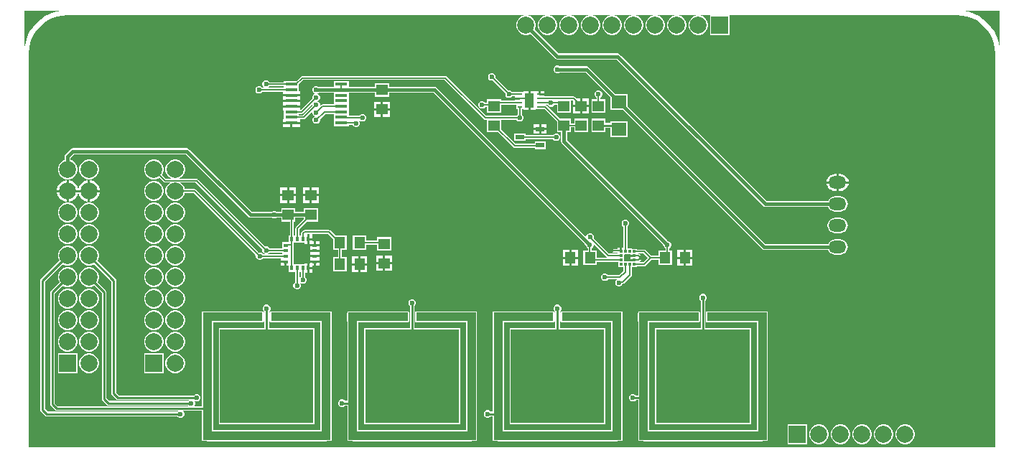
<source format=gtl>
G04*
G04 #@! TF.GenerationSoftware,Altium Limited,Altium Designer,21.2.0 (30)*
G04*
G04 Layer_Physical_Order=1*
G04 Layer_Color=255*
%FSLAX25Y25*%
%MOIN*%
G70*
G04*
G04 #@! TF.SameCoordinates,50EEE562-DE44-4F6C-8D0E-6D451127BC4F*
G04*
G04*
G04 #@! TF.FilePolarity,Positive*
G04*
G01*
G75*
%ADD12C,0.01000*%
%ADD13C,0.03937*%
%ADD15R,0.03937X0.02362*%
%ADD16R,0.05315X0.05118*%
%ADD17R,0.05807X0.01772*%
%ADD18R,0.02362X0.01772*%
%ADD19R,0.01772X0.02362*%
%ADD20R,0.05118X0.05315*%
%ADD21R,0.01181X0.01378*%
%ADD22R,0.01378X0.01181*%
%ADD23R,0.03937X0.06693*%
%ADD24R,0.02165X0.00984*%
%ADD25R,0.06890X0.06299*%
%ADD41R,0.03937X0.03937*%
%ADD42R,0.43307X0.43307*%
%ADD43C,0.01500*%
%ADD44C,0.00600*%
%ADD45R,0.27559X0.03937*%
%ADD46O,0.08268X0.05906*%
%ADD47C,0.07874*%
%ADD48R,0.07874X0.07874*%
%ADD49R,0.07874X0.07874*%
%ADD50C,0.02362*%
G36*
X435367Y202477D02*
X437623Y202028D01*
X439802Y201289D01*
X441865Y200271D01*
X443778Y198993D01*
X445508Y197476D01*
X447025Y195747D01*
X448303Y193834D01*
X449321Y191770D01*
X450060Y189592D01*
X450509Y187335D01*
X450657Y185074D01*
X450650Y185039D01*
X450650Y2106D01*
X2106D01*
X2106Y185039D01*
X2106Y185039D01*
X2106D01*
X2099Y185074D01*
X2247Y187335D01*
X2696Y189592D01*
X3435Y191770D01*
X4453Y193834D01*
X5731Y195747D01*
X7248Y197476D01*
X8978Y198993D01*
X10891Y200271D01*
X12954Y201289D01*
X15133Y202028D01*
X17389Y202477D01*
X19650Y202625D01*
X19685Y202619D01*
X433071D01*
X433106Y202625D01*
X435367Y202477D01*
D02*
G37*
G36*
X17095Y204713D02*
X14549Y204206D01*
X12091Y203372D01*
X9763Y202224D01*
X7605Y200782D01*
X5654Y199071D01*
X3942Y197119D01*
X2500Y194961D01*
X1352Y192633D01*
X518Y190175D01*
X12Y187629D01*
X0Y187454D01*
Y204724D01*
X17271D01*
X17095Y204713D01*
D02*
G37*
G36*
X452756Y187454D02*
X452744Y187629D01*
X452238Y190175D01*
X451404Y192633D01*
X450256Y194961D01*
X448814Y197119D01*
X447102Y199071D01*
X445151Y200782D01*
X442992Y202224D01*
X440665Y203372D01*
X438207Y204206D01*
X435661Y204713D01*
X435485Y204724D01*
X452756D01*
Y187454D01*
D02*
G37*
%LPC*%
G36*
X327372Y202561D02*
X318298D01*
Y193487D01*
X327372D01*
Y202561D01*
D02*
G37*
G36*
X313432D02*
X312237D01*
X311083Y202251D01*
X310049Y201654D01*
X309204Y200809D01*
X308607Y199775D01*
X308298Y198621D01*
Y197426D01*
X308607Y196272D01*
X309204Y195238D01*
X310049Y194393D01*
X311083Y193796D01*
X312237Y193487D01*
X313432D01*
X314586Y193796D01*
X315620Y194393D01*
X316465Y195238D01*
X317062Y196272D01*
X317372Y197426D01*
Y198621D01*
X317062Y199775D01*
X316465Y200809D01*
X315620Y201654D01*
X314586Y202251D01*
X313432Y202561D01*
D02*
G37*
G36*
X303432D02*
X302237D01*
X301083Y202251D01*
X300049Y201654D01*
X299204Y200809D01*
X298607Y199775D01*
X298298Y198621D01*
Y197426D01*
X298607Y196272D01*
X299204Y195238D01*
X300049Y194393D01*
X301083Y193796D01*
X302237Y193487D01*
X303432D01*
X304586Y193796D01*
X305620Y194393D01*
X306465Y195238D01*
X307063Y196272D01*
X307372Y197426D01*
Y198621D01*
X307063Y199775D01*
X306465Y200809D01*
X305620Y201654D01*
X304586Y202251D01*
X303432Y202561D01*
D02*
G37*
G36*
X293432D02*
X292237D01*
X291083Y202251D01*
X290049Y201654D01*
X289204Y200809D01*
X288607Y199775D01*
X288298Y198621D01*
Y197426D01*
X288607Y196272D01*
X289204Y195238D01*
X290049Y194393D01*
X291083Y193796D01*
X292237Y193487D01*
X293432D01*
X294586Y193796D01*
X295620Y194393D01*
X296465Y195238D01*
X297062Y196272D01*
X297372Y197426D01*
Y198621D01*
X297062Y199775D01*
X296465Y200809D01*
X295620Y201654D01*
X294586Y202251D01*
X293432Y202561D01*
D02*
G37*
G36*
X283432D02*
X282237D01*
X281083Y202251D01*
X280049Y201654D01*
X279204Y200809D01*
X278607Y199775D01*
X278298Y198621D01*
Y197426D01*
X278607Y196272D01*
X279204Y195238D01*
X280049Y194393D01*
X281083Y193796D01*
X282237Y193487D01*
X283432D01*
X284586Y193796D01*
X285620Y194393D01*
X286465Y195238D01*
X287063Y196272D01*
X287372Y197426D01*
Y198621D01*
X287063Y199775D01*
X286465Y200809D01*
X285620Y201654D01*
X284586Y202251D01*
X283432Y202561D01*
D02*
G37*
G36*
X273432D02*
X272237D01*
X271083Y202251D01*
X270049Y201654D01*
X269204Y200809D01*
X268607Y199775D01*
X268298Y198621D01*
Y197426D01*
X268607Y196272D01*
X269204Y195238D01*
X270049Y194393D01*
X271083Y193796D01*
X272237Y193487D01*
X273432D01*
X274586Y193796D01*
X275620Y194393D01*
X276465Y195238D01*
X277063Y196272D01*
X277372Y197426D01*
Y198621D01*
X277063Y199775D01*
X276465Y200809D01*
X275620Y201654D01*
X274586Y202251D01*
X273432Y202561D01*
D02*
G37*
G36*
X263432D02*
X262237D01*
X261083Y202251D01*
X260049Y201654D01*
X259204Y200809D01*
X258607Y199775D01*
X258298Y198621D01*
Y197426D01*
X258607Y196272D01*
X259204Y195238D01*
X260049Y194393D01*
X261083Y193796D01*
X262237Y193487D01*
X263432D01*
X264586Y193796D01*
X265620Y194393D01*
X266465Y195238D01*
X267062Y196272D01*
X267372Y197426D01*
Y198621D01*
X267062Y199775D01*
X266465Y200809D01*
X265620Y201654D01*
X264586Y202251D01*
X263432Y202561D01*
D02*
G37*
G36*
X253432D02*
X252237D01*
X251083Y202251D01*
X250049Y201654D01*
X249204Y200809D01*
X248607Y199775D01*
X248298Y198621D01*
Y197426D01*
X248607Y196272D01*
X249204Y195238D01*
X250049Y194393D01*
X251083Y193796D01*
X252237Y193487D01*
X253432D01*
X254586Y193796D01*
X255620Y194393D01*
X256465Y195238D01*
X257063Y196272D01*
X257372Y197426D01*
Y198621D01*
X257063Y199775D01*
X256465Y200809D01*
X255620Y201654D01*
X254586Y202251D01*
X253432Y202561D01*
D02*
G37*
G36*
X243432D02*
X242237D01*
X241083Y202251D01*
X240049Y201654D01*
X239204Y200809D01*
X238607Y199775D01*
X238298Y198621D01*
Y197426D01*
X238607Y196272D01*
X239204Y195238D01*
X240049Y194393D01*
X241083Y193796D01*
X242237Y193487D01*
X243432D01*
X244586Y193796D01*
X245620Y194393D01*
X246465Y195238D01*
X247062Y196272D01*
X247372Y197426D01*
Y198621D01*
X247062Y199775D01*
X246465Y200809D01*
X245620Y201654D01*
X244586Y202251D01*
X243432Y202561D01*
D02*
G37*
G36*
X150637Y172045D02*
X143630D01*
Y169376D01*
X136642D01*
X136509Y169510D01*
X135854Y169781D01*
X135146D01*
X134491Y169510D01*
X133990Y169009D01*
X133719Y168354D01*
Y167646D01*
X133990Y166991D01*
X134491Y166490D01*
X135071Y166250D01*
X134491Y166010D01*
X133990Y165509D01*
X133719Y164854D01*
Y164146D01*
X133757Y164054D01*
X128384Y158681D01*
X127903D01*
Y159823D01*
X120097D01*
Y158437D01*
X120496D01*
Y156278D01*
Y154532D01*
X120097D01*
Y153146D01*
X127903D01*
Y154361D01*
X129779D01*
X130130Y154431D01*
X130427Y154630D01*
X133766Y157968D01*
X133719Y157854D01*
Y157146D01*
X133990Y156491D01*
X134491Y155990D01*
X135071Y155750D01*
X134491Y155510D01*
X133990Y155009D01*
X133719Y154354D01*
Y153646D01*
X133990Y152991D01*
X134491Y152490D01*
X135146Y152219D01*
X135854D01*
X136509Y152490D01*
X137010Y152991D01*
X137281Y153646D01*
Y154354D01*
X137243Y154446D01*
X139644Y156846D01*
X143630D01*
Y156278D01*
Y153719D01*
Y151160D01*
X150637D01*
Y151655D01*
X152422D01*
X152490Y151491D01*
X152991Y150990D01*
X153646Y150719D01*
X154354D01*
X155009Y150990D01*
X155510Y151491D01*
X155781Y152146D01*
Y152854D01*
X155510Y153509D01*
X155009Y154010D01*
X154587Y154185D01*
X155410D01*
X155490Y153991D01*
X155991Y153490D01*
X156646Y153219D01*
X157354D01*
X158009Y153490D01*
X158510Y153991D01*
X158781Y154646D01*
Y155354D01*
X158510Y156009D01*
X158009Y156510D01*
X157354Y156781D01*
X156646D01*
X155991Y156510D01*
X155501Y156020D01*
X150637D01*
Y156278D01*
Y158837D01*
Y161396D01*
Y163955D01*
Y166514D01*
Y166624D01*
X162742D01*
Y164868D01*
X169257D01*
Y166624D01*
X189930D01*
X260719Y95834D01*
Y95646D01*
X260990Y94991D01*
X261491Y94490D01*
X261582Y94452D01*
Y93257D01*
X259368D01*
Y86743D01*
X265687D01*
Y88098D01*
X275660D01*
Y87825D01*
Y85857D01*
X277825D01*
Y85660D01*
X278098D01*
Y83896D01*
X276120Y81918D01*
X271048D01*
X271010Y82009D01*
X270509Y82510D01*
X269854Y82781D01*
X269146D01*
X268491Y82510D01*
X267990Y82009D01*
X267719Y81354D01*
Y80646D01*
X267990Y79991D01*
X268491Y79490D01*
X269146Y79219D01*
X269854D01*
X270509Y79490D01*
X271010Y79991D01*
X271048Y80082D01*
X275166D01*
X274991Y80010D01*
X274490Y79509D01*
X274219Y78854D01*
Y78146D01*
X274490Y77491D01*
X274991Y76990D01*
X275646Y76719D01*
X276354D01*
X277009Y76990D01*
X277510Y77491D01*
X277687Y77920D01*
X277837D01*
X278188Y77989D01*
X278486Y78188D01*
X281649Y81351D01*
X281848Y81649D01*
X281859Y81707D01*
X281918Y82000D01*
Y85660D01*
X282175D01*
Y85857D01*
X284340D01*
Y86130D01*
X287811D01*
X288163Y86199D01*
X288460Y86398D01*
X291144Y89082D01*
X294313D01*
Y86743D01*
X300631D01*
Y93257D01*
X299418D01*
Y94452D01*
X299509Y94490D01*
X300010Y94991D01*
X300281Y95646D01*
Y96354D01*
X300010Y97009D01*
X299509Y97510D01*
X298854Y97781D01*
X298665D01*
X251876Y144570D01*
Y148313D01*
X253758D01*
Y150555D01*
X255242D01*
Y148313D01*
X261757D01*
Y154631D01*
X255242D01*
Y152390D01*
X253758D01*
Y154631D01*
X248540D01*
X242476Y160696D01*
X242178Y160895D01*
X241827Y160965D01*
X240809D01*
Y161042D01*
X242929D01*
X242990Y160894D01*
X243491Y160393D01*
X244146Y160122D01*
X244854D01*
X245509Y160393D01*
X246010Y160894D01*
X246094Y161098D01*
X247242D01*
Y157369D01*
X253758D01*
Y163067D01*
X254565D01*
X254842Y162789D01*
Y161028D01*
X258000D01*
Y164087D01*
X256140D01*
X255594Y164633D01*
X255296Y164832D01*
X254945Y164902D01*
X253542D01*
X253530Y164904D01*
X247470D01*
X247458Y164902D01*
X241209D01*
Y165453D01*
X239126D01*
Y165953D01*
X238626D01*
Y167445D01*
X237043D01*
Y167347D01*
X235000D01*
Y163000D01*
Y158653D01*
X237469D01*
Y158955D01*
X240809D01*
Y159130D01*
X241447D01*
X247242Y153334D01*
Y148313D01*
X249124D01*
Y144000D01*
X249228Y143473D01*
X249527Y143027D01*
X296719Y95834D01*
Y95646D01*
X296990Y94991D01*
X297491Y94490D01*
X297582Y94452D01*
Y93257D01*
X294313D01*
Y90918D01*
X291144D01*
X288460Y93602D01*
X288163Y93800D01*
X287811Y93870D01*
X284340D01*
Y94143D01*
X282175D01*
Y94340D01*
X279929D01*
Y104457D01*
X280009Y104490D01*
X280510Y104991D01*
X280781Y105646D01*
Y106354D01*
X280510Y107009D01*
X280009Y107510D01*
X279354Y107781D01*
X278646D01*
X277991Y107510D01*
X277490Y107009D01*
X277219Y106354D01*
Y105646D01*
X277490Y104991D01*
X277991Y104490D01*
X278094Y104447D01*
Y94543D01*
X277449D01*
Y92953D01*
X276449D01*
Y94543D01*
X275260D01*
Y94144D01*
X273154D01*
X273149Y94149D01*
X272851Y94348D01*
X272500Y94418D01*
X272149Y94348D01*
X271851Y94149D01*
X271652Y93851D01*
X271582Y93500D01*
X271652Y93149D01*
X271851Y92851D01*
X272125Y92577D01*
X272423Y92379D01*
X272774Y92309D01*
X275260D01*
Y91902D01*
X271396D01*
X264260Y99038D01*
X264321Y99186D01*
Y99894D01*
X264050Y100549D01*
X263549Y101050D01*
X262894Y101321D01*
X262186D01*
X261531Y101050D01*
X261030Y100549D01*
X260759Y99894D01*
Y99688D01*
X191473Y168973D01*
X191027Y169272D01*
X190500Y169376D01*
X169257D01*
Y171187D01*
X162742D01*
Y169376D01*
X150637D01*
Y172045D01*
D02*
G37*
G36*
X241209Y167445D02*
X239626D01*
Y166453D01*
X241209D01*
Y167445D01*
D02*
G37*
G36*
X127903Y164941D02*
X120097D01*
Y163555D01*
Y163382D01*
X127903D01*
Y163555D01*
Y164941D01*
D02*
G37*
G36*
X217354Y175781D02*
X216646D01*
X215991Y175510D01*
X215490Y175009D01*
X215219Y174354D01*
Y173646D01*
X215490Y172991D01*
X215991Y172490D01*
X216646Y172219D01*
X217354D01*
X217446Y172257D01*
X223257Y166446D01*
X223219Y166354D01*
Y165646D01*
X223490Y164991D01*
X223991Y164490D01*
X224646Y164219D01*
X225354D01*
X226009Y164490D01*
X226510Y164991D01*
X226538Y165059D01*
X227791D01*
Y164484D01*
X229874D01*
Y163484D01*
X227791D01*
Y162933D01*
X221257D01*
Y163687D01*
X214742D01*
Y161915D01*
X214050D01*
X214012Y162007D01*
X213511Y162508D01*
X212857Y162779D01*
X212148D01*
X211493Y162508D01*
X210992Y162007D01*
X210721Y161352D01*
Y160643D01*
X210992Y159989D01*
X211493Y159488D01*
X212148Y159217D01*
X212857D01*
X213511Y159488D01*
X214012Y159989D01*
X214050Y160080D01*
X214742D01*
Y157369D01*
X221257D01*
Y161098D01*
X228191D01*
Y160924D01*
Y158955D01*
X229082D01*
Y156548D01*
X228991Y156510D01*
X228490Y156009D01*
X228452Y155918D01*
X214380D01*
X196149Y174149D01*
X195851Y174348D01*
X195500Y174418D01*
X128959D01*
X128607Y174348D01*
X128310Y174149D01*
X126206Y172045D01*
X120496D01*
Y171482D01*
X113736D01*
X113696Y171578D01*
X113195Y172079D01*
X112540Y172350D01*
X111831D01*
X111177Y172079D01*
X110676Y171578D01*
X110405Y170923D01*
Y170215D01*
X110676Y169560D01*
X111177Y169059D01*
X111518Y168918D01*
X110548D01*
X110510Y169009D01*
X110009Y169510D01*
X109354Y169781D01*
X108646D01*
X107991Y169510D01*
X107490Y169009D01*
X107219Y168354D01*
Y167646D01*
X107490Y166991D01*
X107991Y166490D01*
X108646Y166219D01*
X109354D01*
X110009Y166490D01*
X110510Y166991D01*
X110548Y167082D01*
X120097D01*
Y165941D01*
X127903D01*
Y167327D01*
X127504D01*
Y169073D01*
Y170747D01*
X129339Y172582D01*
X195120D01*
X213351Y154351D01*
X213649Y154152D01*
X214000Y154082D01*
X214742D01*
Y148313D01*
X219960D01*
X226942Y141331D01*
X227240Y141132D01*
X227298Y141120D01*
X227591Y141062D01*
X236880D01*
Y140459D01*
X242017D01*
Y144021D01*
X236880D01*
Y142897D01*
X227971D01*
X221257Y149611D01*
Y154082D01*
X228452D01*
X228490Y153991D01*
X228991Y153490D01*
X229646Y153219D01*
X230354D01*
X231009Y153490D01*
X231510Y153991D01*
X231781Y154646D01*
Y155354D01*
X231510Y156009D01*
X231009Y156510D01*
X230918Y156548D01*
Y158955D01*
X231532D01*
Y158653D01*
X234000D01*
Y163000D01*
Y167347D01*
X231532D01*
Y167045D01*
X228191D01*
Y166894D01*
X226557D01*
X226510Y167009D01*
X226009Y167510D01*
X225354Y167781D01*
X224646D01*
X224554Y167743D01*
X218743Y173554D01*
X218781Y173646D01*
Y174354D01*
X218510Y175009D01*
X218009Y175510D01*
X217354Y175781D01*
D02*
G37*
G36*
X262158Y164087D02*
X259000D01*
Y161028D01*
X262158D01*
Y164087D01*
D02*
G37*
G36*
X127903Y162382D02*
X120097D01*
Y160996D01*
Y160823D01*
X127903D01*
Y160996D01*
Y162382D01*
D02*
G37*
G36*
X169658Y162531D02*
X166500D01*
Y159472D01*
X169658D01*
Y162531D01*
D02*
G37*
G36*
X165500D02*
X162343D01*
Y159472D01*
X165500D01*
Y162531D01*
D02*
G37*
G36*
X266854Y167781D02*
X266146D01*
X265491Y167510D01*
X264990Y167009D01*
X264719Y166354D01*
Y165646D01*
X264990Y164991D01*
X265491Y164490D01*
X265582Y164452D01*
Y163659D01*
X263243D01*
Y157341D01*
X269758D01*
Y163659D01*
X267418D01*
Y164452D01*
X267509Y164490D01*
X268010Y164991D01*
X268281Y165646D01*
Y166354D01*
X268010Y167009D01*
X267509Y167510D01*
X266854Y167781D01*
D02*
G37*
G36*
X262158Y160028D02*
X259000D01*
Y156968D01*
X262158D01*
Y160028D01*
D02*
G37*
G36*
X258000D02*
X254842D01*
Y156968D01*
X258000D01*
Y160028D01*
D02*
G37*
G36*
X169658Y158472D02*
X166500D01*
Y155413D01*
X169658D01*
Y158472D01*
D02*
G37*
G36*
X165500D02*
X162343D01*
Y155413D01*
X165500D01*
Y158472D01*
D02*
G37*
G36*
X127903Y152146D02*
X124500D01*
Y150760D01*
X127903D01*
Y152146D01*
D02*
G37*
G36*
X123500D02*
X120097D01*
Y150760D01*
X123500D01*
Y152146D01*
D02*
G37*
G36*
X242417Y151941D02*
X239949D01*
Y150260D01*
X242417D01*
Y151941D01*
D02*
G37*
G36*
X238949D02*
X236480D01*
Y150260D01*
X238949D01*
Y151941D01*
D02*
G37*
G36*
X242417Y149260D02*
X239949D01*
Y147579D01*
X242417D01*
Y149260D01*
D02*
G37*
G36*
X238949D02*
X236480D01*
Y147579D01*
X238949D01*
Y149260D01*
D02*
G37*
G36*
X247354Y147781D02*
X246646D01*
X245991Y147510D01*
X245490Y147009D01*
X245452Y146918D01*
X232569D01*
Y147781D01*
X227432D01*
Y144219D01*
X232569D01*
Y145082D01*
X245452D01*
X245490Y144991D01*
X245991Y144490D01*
X246646Y144219D01*
X247354D01*
X248009Y144490D01*
X248510Y144991D01*
X248781Y145646D01*
Y146354D01*
X248510Y147009D01*
X248009Y147510D01*
X247354Y147781D01*
D02*
G37*
G36*
X269758Y154604D02*
X263243D01*
Y148286D01*
X269758D01*
Y150323D01*
X271955D01*
Y145950D01*
X280045D01*
Y153450D01*
X271955D01*
Y152566D01*
X269758D01*
Y154604D01*
D02*
G37*
G36*
X30597Y135561D02*
X29403D01*
X28249Y135251D01*
X27214Y134654D01*
X26370Y133809D01*
X25772Y132775D01*
X25463Y131621D01*
Y130426D01*
X25772Y129272D01*
X26370Y128238D01*
X27214Y127393D01*
X28249Y126796D01*
X29403Y126487D01*
X30597D01*
X31751Y126796D01*
X32786Y127393D01*
X33630Y128238D01*
X34228Y129272D01*
X34537Y130426D01*
Y131621D01*
X34228Y132775D01*
X33630Y133809D01*
X32786Y134654D01*
X31751Y135251D01*
X30597Y135561D01*
D02*
G37*
G36*
X378681Y128987D02*
X378000D01*
Y125500D01*
X382602D01*
X382532Y126032D01*
X382134Y126993D01*
X381500Y127819D01*
X380675Y128453D01*
X379713Y128851D01*
X378681Y128987D01*
D02*
G37*
G36*
X377000D02*
X376319D01*
X375287Y128851D01*
X374325Y128453D01*
X373500Y127819D01*
X372866Y126993D01*
X372468Y126032D01*
X372398Y125500D01*
X377000D01*
Y128987D01*
D02*
G37*
G36*
X30650Y125961D02*
X30500D01*
Y121524D01*
X34937D01*
Y121674D01*
X34600Y122929D01*
X33950Y124055D01*
X33031Y124974D01*
X31906Y125624D01*
X30650Y125961D01*
D02*
G37*
G36*
X20749D02*
X20599D01*
Y121524D01*
X25036D01*
Y121674D01*
X24700Y122929D01*
X24050Y124055D01*
X23131Y124974D01*
X22005Y125624D01*
X20749Y125961D01*
D02*
G37*
G36*
X29500D02*
X29350D01*
X28094Y125624D01*
X26969Y124974D01*
X26049Y124055D01*
X25399Y122929D01*
X25063Y121674D01*
Y121524D01*
X29500D01*
Y125961D01*
D02*
G37*
G36*
X19599D02*
X19449D01*
X18193Y125624D01*
X17068Y124974D01*
X16149Y124055D01*
X15499Y122929D01*
X15162Y121674D01*
Y121524D01*
X19599D01*
Y125961D01*
D02*
G37*
G36*
X382602Y124500D02*
X378000D01*
Y121013D01*
X378681D01*
X379713Y121149D01*
X380675Y121547D01*
X381500Y122181D01*
X382134Y123007D01*
X382532Y123968D01*
X382602Y124500D01*
D02*
G37*
G36*
X377000D02*
X372398D01*
X372468Y123968D01*
X372866Y123007D01*
X373500Y122181D01*
X374325Y121547D01*
X375287Y121149D01*
X376319Y121013D01*
X377000D01*
Y124500D01*
D02*
G37*
G36*
X136658Y122614D02*
X133500D01*
Y119555D01*
X136658D01*
Y122614D01*
D02*
G37*
G36*
X126157D02*
X123000D01*
Y119555D01*
X126157D01*
Y122614D01*
D02*
G37*
G36*
X132500D02*
X129342D01*
Y119555D01*
X132500D01*
Y122614D01*
D02*
G37*
G36*
X122000D02*
X118842D01*
Y119555D01*
X122000D01*
Y122614D01*
D02*
G37*
G36*
X60697Y125561D02*
X59502D01*
X58348Y125251D01*
X57313Y124654D01*
X56469Y123809D01*
X55871Y122775D01*
X55562Y121621D01*
Y120426D01*
X55871Y119272D01*
X56469Y118238D01*
X57313Y117393D01*
X58348Y116796D01*
X59502Y116487D01*
X60697D01*
X61850Y116796D01*
X62885Y117393D01*
X63730Y118238D01*
X64327Y119272D01*
X64636Y120426D01*
Y121621D01*
X64327Y122775D01*
X63730Y123809D01*
X62885Y124654D01*
X61850Y125251D01*
X60697Y125561D01*
D02*
G37*
G36*
X34937Y120524D02*
X30500D01*
Y116087D01*
X30650D01*
X31906Y116423D01*
X33031Y117073D01*
X33950Y117992D01*
X34600Y119118D01*
X34937Y120374D01*
Y120524D01*
D02*
G37*
G36*
X29500D02*
X25063D01*
Y120374D01*
X25399Y119118D01*
X26049Y117992D01*
X26969Y117073D01*
X28094Y116423D01*
X29350Y116087D01*
X29500D01*
Y120524D01*
D02*
G37*
G36*
X25036D02*
X20599D01*
Y116087D01*
X20749D01*
X22005Y116423D01*
X23131Y117073D01*
X24050Y117992D01*
X24700Y119118D01*
X25036Y120374D01*
Y120524D01*
D02*
G37*
G36*
X19599D02*
X15162D01*
Y120374D01*
X15499Y119118D01*
X16149Y117992D01*
X17068Y117073D01*
X18193Y116423D01*
X19449Y116087D01*
X19599D01*
Y120524D01*
D02*
G37*
G36*
X136658Y118555D02*
X133500D01*
Y115496D01*
X136658D01*
Y118555D01*
D02*
G37*
G36*
X132500D02*
X129342D01*
Y115496D01*
X132500D01*
Y118555D01*
D02*
G37*
G36*
X126157D02*
X123000D01*
Y115496D01*
X126157D01*
Y118555D01*
D02*
G37*
G36*
X122000D02*
X118842D01*
Y115496D01*
X122000D01*
Y118555D01*
D02*
G37*
G36*
X233432Y202561D02*
X232237D01*
X231083Y202251D01*
X230049Y201654D01*
X229204Y200809D01*
X228607Y199775D01*
X228298Y198621D01*
Y197426D01*
X228607Y196272D01*
X229204Y195238D01*
X230049Y194393D01*
X231083Y193796D01*
X232237Y193487D01*
X233432D01*
X234586Y193796D01*
X234922Y193990D01*
X246385Y182527D01*
X246831Y182228D01*
X247358Y182124D01*
X274930D01*
X343027Y114027D01*
X343473Y113728D01*
X344000Y113624D01*
X373044D01*
X373216Y113208D01*
X373785Y112466D01*
X374527Y111897D01*
X375391Y111539D01*
X376319Y111417D01*
X378681D01*
X379609Y111539D01*
X380473Y111897D01*
X381215Y112466D01*
X381784Y113208D01*
X382142Y114073D01*
X382264Y115000D01*
X382142Y115927D01*
X381784Y116792D01*
X381215Y117534D01*
X380473Y118103D01*
X379609Y118461D01*
X378681Y118583D01*
X376319D01*
X375391Y118461D01*
X374527Y118103D01*
X373785Y117534D01*
X373216Y116792D01*
X373044Y116376D01*
X344570D01*
X276473Y184473D01*
X276027Y184772D01*
X275500Y184876D01*
X247928D01*
X236869Y195936D01*
X237063Y196272D01*
X237372Y197426D01*
Y198621D01*
X237063Y199775D01*
X236465Y200809D01*
X235620Y201654D01*
X234586Y202251D01*
X233432Y202561D01*
D02*
G37*
G36*
X70597Y115561D02*
X69403D01*
X68249Y115251D01*
X67214Y114654D01*
X66369Y113809D01*
X65772Y112775D01*
X65463Y111621D01*
Y110426D01*
X65772Y109272D01*
X66369Y108238D01*
X67214Y107393D01*
X68249Y106796D01*
X69403Y106487D01*
X70597D01*
X71751Y106796D01*
X72786Y107393D01*
X73630Y108238D01*
X74228Y109272D01*
X74537Y110426D01*
Y111621D01*
X74228Y112775D01*
X73630Y113809D01*
X72786Y114654D01*
X71751Y115251D01*
X70597Y115561D01*
D02*
G37*
G36*
X60697D02*
X59502D01*
X58348Y115251D01*
X57313Y114654D01*
X56469Y113809D01*
X55871Y112775D01*
X55562Y111621D01*
Y110426D01*
X55871Y109272D01*
X56469Y108238D01*
X57313Y107393D01*
X58348Y106796D01*
X59502Y106487D01*
X60697D01*
X61850Y106796D01*
X62885Y107393D01*
X63730Y108238D01*
X64327Y109272D01*
X64636Y110426D01*
Y111621D01*
X64327Y112775D01*
X63730Y113809D01*
X62885Y114654D01*
X61850Y115251D01*
X60697Y115561D01*
D02*
G37*
G36*
X30597D02*
X29403D01*
X28249Y115251D01*
X27214Y114654D01*
X26370Y113809D01*
X25772Y112775D01*
X25463Y111621D01*
Y110426D01*
X25772Y109272D01*
X26370Y108238D01*
X27214Y107393D01*
X28249Y106796D01*
X29403Y106487D01*
X30597D01*
X31751Y106796D01*
X32786Y107393D01*
X33630Y108238D01*
X34228Y109272D01*
X34537Y110426D01*
Y111621D01*
X34228Y112775D01*
X33630Y113809D01*
X32786Y114654D01*
X31751Y115251D01*
X30597Y115561D01*
D02*
G37*
G36*
X20696D02*
X19502D01*
X18348Y115251D01*
X17313Y114654D01*
X16469Y113809D01*
X15871Y112775D01*
X15562Y111621D01*
Y110426D01*
X15871Y109272D01*
X16469Y108238D01*
X17313Y107393D01*
X18348Y106796D01*
X19502Y106487D01*
X20696D01*
X21850Y106796D01*
X22885Y107393D01*
X23730Y108238D01*
X24327Y109272D01*
X24636Y110426D01*
Y111621D01*
X24327Y112775D01*
X23730Y113809D01*
X22885Y114654D01*
X21850Y115251D01*
X20696Y115561D01*
D02*
G37*
G36*
X378681Y108583D02*
X376319D01*
X375391Y108461D01*
X374527Y108103D01*
X373785Y107534D01*
X373216Y106792D01*
X372858Y105927D01*
X372736Y105000D01*
X372858Y104073D01*
X373216Y103208D01*
X373785Y102466D01*
X374527Y101897D01*
X375391Y101539D01*
X376319Y101417D01*
X378681D01*
X379609Y101539D01*
X380473Y101897D01*
X381215Y102466D01*
X381784Y103208D01*
X382142Y104073D01*
X382264Y105000D01*
X382142Y105927D01*
X381784Y106792D01*
X381215Y107534D01*
X380473Y108103D01*
X379609Y108461D01*
X378681Y108583D01*
D02*
G37*
G36*
X133724Y100874D02*
X132339D01*
Y99193D01*
X133724D01*
Y100874D01*
D02*
G37*
G36*
X70597Y105561D02*
X69403D01*
X68249Y105251D01*
X67214Y104654D01*
X66369Y103809D01*
X65772Y102775D01*
X65463Y101621D01*
Y100426D01*
X65772Y99272D01*
X66369Y98238D01*
X67214Y97393D01*
X68249Y96796D01*
X69403Y96487D01*
X70597D01*
X71751Y96796D01*
X72786Y97393D01*
X73630Y98238D01*
X74228Y99272D01*
X74537Y100426D01*
Y101621D01*
X74228Y102775D01*
X73630Y103809D01*
X72786Y104654D01*
X71751Y105251D01*
X70597Y105561D01*
D02*
G37*
G36*
X60697D02*
X59502D01*
X58348Y105251D01*
X57313Y104654D01*
X56469Y103809D01*
X55871Y102775D01*
X55562Y101621D01*
Y100426D01*
X55871Y99272D01*
X56469Y98238D01*
X57313Y97393D01*
X58348Y96796D01*
X59502Y96487D01*
X60697D01*
X61850Y96796D01*
X62885Y97393D01*
X63730Y98238D01*
X64327Y99272D01*
X64636Y100426D01*
Y101621D01*
X64327Y102775D01*
X63730Y103809D01*
X62885Y104654D01*
X61850Y105251D01*
X60697Y105561D01*
D02*
G37*
G36*
X30597D02*
X29403D01*
X28249Y105251D01*
X27214Y104654D01*
X26370Y103809D01*
X25772Y102775D01*
X25463Y101621D01*
Y100426D01*
X25772Y99272D01*
X26370Y98238D01*
X27214Y97393D01*
X28249Y96796D01*
X29403Y96487D01*
X30597D01*
X31751Y96796D01*
X32786Y97393D01*
X33630Y98238D01*
X34228Y99272D01*
X34537Y100426D01*
Y101621D01*
X34228Y102775D01*
X33630Y103809D01*
X32786Y104654D01*
X31751Y105251D01*
X30597Y105561D01*
D02*
G37*
G36*
X20696D02*
X19502D01*
X18348Y105251D01*
X17313Y104654D01*
X16469Y103809D01*
X15871Y102775D01*
X15562Y101621D01*
Y100426D01*
X15871Y99272D01*
X16469Y98238D01*
X17313Y97393D01*
X18348Y96796D01*
X19502Y96487D01*
X20696D01*
X21850Y96796D01*
X22885Y97393D01*
X23730Y98238D01*
X24327Y99272D01*
X24636Y100426D01*
Y101621D01*
X24327Y102775D01*
X23730Y103809D01*
X22885Y104654D01*
X21850Y105251D01*
X20696Y105561D01*
D02*
G37*
G36*
X136874Y97724D02*
X135193D01*
Y96339D01*
X136874D01*
Y97724D01*
D02*
G37*
G36*
X133724Y98193D02*
X132339D01*
Y96512D01*
X132512D01*
Y96339D01*
X134193D01*
Y97724D01*
X133724D01*
Y98193D01*
D02*
G37*
G36*
X75500Y140876D02*
X22500D01*
X21973Y140772D01*
X21794Y140652D01*
X21527Y140473D01*
X21527Y140473D01*
X19027Y137973D01*
X18728Y137527D01*
X18624Y137000D01*
Y135325D01*
X18348Y135251D01*
X17313Y134654D01*
X16469Y133809D01*
X15871Y132775D01*
X15562Y131621D01*
Y130426D01*
X15871Y129272D01*
X16469Y128238D01*
X17313Y127393D01*
X18348Y126796D01*
X19502Y126487D01*
X20696D01*
X21850Y126796D01*
X22885Y127393D01*
X23730Y128238D01*
X24327Y129272D01*
X24636Y130426D01*
Y131621D01*
X24327Y132775D01*
X23730Y133809D01*
X22885Y134654D01*
X21850Y135251D01*
X21376Y135378D01*
Y136430D01*
X23070Y138124D01*
X74930D01*
X104027Y109027D01*
X104473Y108728D01*
X105000Y108624D01*
X114858D01*
X114991Y108490D01*
X115646Y108219D01*
X116354D01*
X117009Y108490D01*
X117142Y108624D01*
X119243D01*
Y106841D01*
X123244D01*
Y100474D01*
X122676D01*
Y97324D01*
X119526D01*
Y94353D01*
Y94307D01*
X113806D01*
X113722Y94509D01*
X113221Y95010D01*
X112566Y95281D01*
X111858D01*
X111767Y95243D01*
X80500Y126509D01*
X80203Y126708D01*
X79852Y126778D01*
X71686D01*
X71751Y126796D01*
X72786Y127393D01*
X73630Y128238D01*
X74228Y129272D01*
X74537Y130426D01*
Y131621D01*
X74228Y132775D01*
X73630Y133809D01*
X72786Y134654D01*
X71751Y135251D01*
X70597Y135561D01*
X69403D01*
X68249Y135251D01*
X67214Y134654D01*
X66369Y133809D01*
X65772Y132775D01*
X65463Y131621D01*
Y130426D01*
X65772Y129272D01*
X66369Y128238D01*
X67214Y127393D01*
X68249Y126796D01*
X68314Y126778D01*
X65642D01*
X63895Y128525D01*
X64327Y129272D01*
X64636Y130426D01*
Y131621D01*
X64327Y132775D01*
X63730Y133809D01*
X62885Y134654D01*
X61850Y135251D01*
X60697Y135561D01*
X59502D01*
X58348Y135251D01*
X57313Y134654D01*
X56469Y133809D01*
X55871Y132775D01*
X55562Y131621D01*
Y130426D01*
X55871Y129272D01*
X56469Y128238D01*
X57313Y127393D01*
X58348Y126796D01*
X59502Y126487D01*
X60697D01*
X61850Y126796D01*
X62598Y127227D01*
X64613Y125212D01*
X64911Y125013D01*
X65262Y124943D01*
X67715D01*
X67214Y124654D01*
X66369Y123809D01*
X65772Y122775D01*
X65463Y121621D01*
Y120426D01*
X65772Y119272D01*
X66369Y118238D01*
X67214Y117393D01*
X68249Y116796D01*
X69403Y116487D01*
X70597D01*
X71751Y116796D01*
X72786Y117393D01*
X73630Y118238D01*
X74228Y119272D01*
X74451Y120106D01*
X78537D01*
X107477Y91166D01*
X107439Y91075D01*
Y90366D01*
X107711Y89712D01*
X108212Y89210D01*
X108866Y88939D01*
X109575D01*
X110229Y89210D01*
X110730Y89712D01*
X110768Y89803D01*
X119126D01*
Y88661D01*
X121307D01*
Y88161D01*
X121807D01*
Y86276D01*
X122676D01*
Y83526D01*
X125693D01*
Y78658D01*
X125601Y78620D01*
X125100Y78119D01*
X124829Y77464D01*
Y76756D01*
X125100Y76101D01*
X125601Y75600D01*
X126256Y75329D01*
X126964D01*
X127619Y75600D01*
X128120Y76101D01*
X128391Y76756D01*
Y77464D01*
X128120Y78119D01*
X127619Y78620D01*
X127528Y78658D01*
Y83526D01*
X128397D01*
Y81233D01*
X128305Y81196D01*
X127805Y80695D01*
X127533Y80040D01*
Y79331D01*
X127805Y78677D01*
X128305Y78176D01*
X128960Y77904D01*
X129669D01*
X130323Y78176D01*
X130824Y78677D01*
X131096Y79331D01*
Y80040D01*
X130824Y80695D01*
X130323Y81196D01*
X130232Y81233D01*
Y83126D01*
X131339D01*
Y85307D01*
Y87488D01*
X129953D01*
Y87088D01*
X125079D01*
Y96000D01*
Y96912D01*
X129953D01*
Y96512D01*
X131339D01*
Y98693D01*
Y100874D01*
X130197D01*
Y100899D01*
X130380Y101082D01*
X141092D01*
X143313Y98861D01*
Y93743D01*
X145555D01*
Y90258D01*
X143313D01*
Y83742D01*
X149632D01*
Y90258D01*
X147390D01*
Y93743D01*
X149632D01*
Y100258D01*
X144513D01*
X142121Y102649D01*
X141824Y102848D01*
X141472Y102918D01*
X130000D01*
X129649Y102848D01*
X129351Y102649D01*
X128631Y101928D01*
X128432Y101631D01*
X128362Y101279D01*
Y100474D01*
X127638D01*
Y103439D01*
X131040Y106841D01*
X136258D01*
Y113159D01*
X129743D01*
Y111376D01*
X125758D01*
Y113159D01*
X119243D01*
Y111376D01*
X117142D01*
X117009Y111510D01*
X116354Y111781D01*
X115646D01*
X114991Y111510D01*
X114858Y111376D01*
X105570D01*
X76473Y140473D01*
X76027Y140772D01*
X75500Y140876D01*
D02*
G37*
G36*
X136874Y95339D02*
X132512D01*
Y93953D01*
Y93779D01*
X136874D01*
Y93953D01*
Y95339D01*
D02*
G37*
G36*
X158687Y100258D02*
X152368D01*
Y93743D01*
X158687D01*
Y96082D01*
X163742D01*
Y93369D01*
X170257D01*
Y99687D01*
X163742D01*
Y97918D01*
X158687D01*
Y100258D01*
D02*
G37*
G36*
X247854Y179281D02*
X247146D01*
X246491Y179010D01*
X245990Y178509D01*
X245719Y177854D01*
Y177146D01*
X245990Y176491D01*
X246491Y175990D01*
X247146Y175719D01*
X247854D01*
X248509Y175990D01*
X248642Y176124D01*
X260430D01*
X271955Y164598D01*
Y158550D01*
X278004D01*
X342527Y94027D01*
X342973Y93728D01*
X343500Y93624D01*
X373044D01*
X373216Y93208D01*
X373785Y92466D01*
X374527Y91897D01*
X375391Y91539D01*
X376319Y91417D01*
X378681D01*
X379609Y91539D01*
X380473Y91897D01*
X381215Y92466D01*
X381784Y93208D01*
X382142Y94073D01*
X382264Y95000D01*
X382142Y95927D01*
X381784Y96792D01*
X381215Y97534D01*
X380473Y98103D01*
X379609Y98461D01*
X378681Y98583D01*
X376319D01*
X375391Y98461D01*
X374527Y98103D01*
X373785Y97534D01*
X373216Y96792D01*
X373044Y96376D01*
X344070D01*
X280045Y160402D01*
Y166049D01*
X274398D01*
X261973Y178473D01*
X261527Y178772D01*
X261000Y178876D01*
X248642D01*
X248509Y179010D01*
X247854Y179281D01*
D02*
G37*
G36*
X136874Y92779D02*
X132512D01*
Y91394D01*
Y91220D01*
X136874D01*
Y91394D01*
Y92779D01*
D02*
G37*
G36*
X257031Y93657D02*
X253972D01*
Y90500D01*
X257031D01*
Y93657D01*
D02*
G37*
G36*
X310087D02*
X307028D01*
Y90500D01*
X310087D01*
Y93657D01*
D02*
G37*
G36*
X306028D02*
X302969D01*
Y90500D01*
X306028D01*
Y93657D01*
D02*
G37*
G36*
X252972D02*
X249913D01*
Y90500D01*
X252972D01*
Y93657D01*
D02*
G37*
G36*
X136874Y90220D02*
X132512D01*
Y88835D01*
Y88661D01*
X136874D01*
Y88835D01*
Y90220D01*
D02*
G37*
G36*
X170658Y91031D02*
X167500D01*
Y87972D01*
X170658D01*
Y91031D01*
D02*
G37*
G36*
X166500D02*
X163342D01*
Y87972D01*
X166500D01*
Y91031D01*
D02*
G37*
G36*
X159087Y90658D02*
X156028D01*
Y87500D01*
X159087D01*
Y90658D01*
D02*
G37*
G36*
X155028D02*
X151969D01*
Y87500D01*
X155028D01*
Y90658D01*
D02*
G37*
G36*
X70597Y95561D02*
X69403D01*
X68249Y95251D01*
X67214Y94654D01*
X66369Y93809D01*
X65772Y92775D01*
X65463Y91621D01*
Y90426D01*
X65772Y89272D01*
X66369Y88238D01*
X67214Y87393D01*
X68249Y86796D01*
X69403Y86487D01*
X70597D01*
X71751Y86796D01*
X72786Y87393D01*
X73630Y88238D01*
X74228Y89272D01*
X74537Y90426D01*
Y91621D01*
X74228Y92775D01*
X73630Y93809D01*
X72786Y94654D01*
X71751Y95251D01*
X70597Y95561D01*
D02*
G37*
G36*
X60697D02*
X59502D01*
X58348Y95251D01*
X57313Y94654D01*
X56469Y93809D01*
X55871Y92775D01*
X55562Y91621D01*
Y90426D01*
X55871Y89272D01*
X56469Y88238D01*
X57313Y87393D01*
X58348Y86796D01*
X59502Y86487D01*
X60697D01*
X61850Y86796D01*
X62885Y87393D01*
X63730Y88238D01*
X64327Y89272D01*
X64636Y90426D01*
Y91621D01*
X64327Y92775D01*
X63730Y93809D01*
X62885Y94654D01*
X61850Y95251D01*
X60697Y95561D01*
D02*
G37*
G36*
X30597D02*
X29403D01*
X28249Y95251D01*
X27214Y94654D01*
X26370Y93809D01*
X25772Y92775D01*
X25463Y91621D01*
Y90426D01*
X25772Y89272D01*
X26370Y88238D01*
X27214Y87393D01*
X28249Y86796D01*
X29403Y86487D01*
X30597D01*
X31751Y86796D01*
X32316Y87122D01*
X40378Y79059D01*
Y27000D01*
X40378Y27000D01*
X40464Y26571D01*
X40707Y26207D01*
X42707Y24207D01*
X42707Y24207D01*
X43071Y23964D01*
X43500Y23878D01*
X43500Y23878D01*
X76360D01*
X76103Y23621D01*
X39465D01*
X38122Y24965D01*
Y74023D01*
X38122Y74024D01*
X38036Y74453D01*
X37793Y74817D01*
X37793Y74817D01*
X33902Y78708D01*
X34228Y79272D01*
X34537Y80426D01*
Y81621D01*
X34228Y82775D01*
X33630Y83809D01*
X32786Y84654D01*
X31751Y85251D01*
X30597Y85561D01*
X29403D01*
X28249Y85251D01*
X27214Y84654D01*
X26370Y83809D01*
X25772Y82775D01*
X25463Y81621D01*
Y80426D01*
X25772Y79272D01*
X26370Y78238D01*
X27214Y77393D01*
X28249Y76796D01*
X29403Y76487D01*
X30597D01*
X31751Y76796D01*
X32316Y77122D01*
X35878Y73559D01*
Y24500D01*
X35878Y24500D01*
X35964Y24071D01*
X36207Y23707D01*
X38207Y21707D01*
X38207Y21707D01*
X38571Y21464D01*
X39000Y21378D01*
X39000Y21378D01*
X76103D01*
X76360Y21122D01*
X15465D01*
X14121Y22465D01*
Y73460D01*
X17783Y77122D01*
X18348Y76796D01*
X19502Y76487D01*
X20696D01*
X21850Y76796D01*
X22885Y77393D01*
X23730Y78238D01*
X24327Y79272D01*
X24636Y80426D01*
Y81621D01*
X24327Y82775D01*
X23730Y83809D01*
X22885Y84654D01*
X21850Y85251D01*
X20696Y85561D01*
X19502D01*
X18348Y85251D01*
X17313Y84654D01*
X16469Y83809D01*
X15871Y82775D01*
X15562Y81621D01*
Y80426D01*
X15871Y79272D01*
X16197Y78708D01*
X12207Y74717D01*
X11964Y74354D01*
X11878Y73924D01*
X11878Y73924D01*
Y22000D01*
X11878Y22000D01*
X11964Y21571D01*
X12207Y21207D01*
X14207Y19207D01*
X14207Y19207D01*
X14571Y18964D01*
X15000Y18878D01*
X15000Y18879D01*
X71360D01*
X71103Y18621D01*
X10965D01*
X9622Y19965D01*
Y78960D01*
X17783Y87122D01*
X18348Y86796D01*
X19502Y86487D01*
X20696D01*
X21850Y86796D01*
X22885Y87393D01*
X23730Y88238D01*
X24327Y89272D01*
X24636Y90426D01*
Y91621D01*
X24327Y92775D01*
X23730Y93809D01*
X22885Y94654D01*
X21850Y95251D01*
X20696Y95561D01*
X19502D01*
X18348Y95251D01*
X17313Y94654D01*
X16469Y93809D01*
X15871Y92775D01*
X15562Y91621D01*
Y90426D01*
X15871Y89272D01*
X16197Y88708D01*
X7707Y80217D01*
X7464Y79854D01*
X7378Y79425D01*
X7378Y79424D01*
Y19500D01*
X7378Y19500D01*
X7464Y19071D01*
X7707Y18707D01*
X9707Y16707D01*
X9707Y16707D01*
X10071Y16464D01*
X10500Y16378D01*
X10500Y16378D01*
X71103D01*
X71491Y15990D01*
X72146Y15719D01*
X72854D01*
X73509Y15990D01*
X74010Y16491D01*
X74281Y17146D01*
Y17854D01*
X74010Y18509D01*
X73640Y18879D01*
X82350D01*
Y7441D01*
X82372Y7273D01*
Y4872D01*
X84773D01*
X84941Y4850D01*
X140059D01*
X140227Y4872D01*
X142628D01*
Y7273D01*
X142650Y7441D01*
Y35000D01*
Y60525D01*
X142677Y60590D01*
Y64528D01*
X142628Y64647D01*
Y65128D01*
X142147D01*
X142028Y65177D01*
X114469D01*
X114009Y64987D01*
X113819Y64528D01*
Y60590D01*
X114009Y60131D01*
X114469Y59941D01*
X137468D01*
Y35000D01*
Y10032D01*
X87532D01*
Y20000D01*
Y35000D01*
Y59941D01*
X110531D01*
X110991Y60131D01*
X111181Y60590D01*
Y64528D01*
X110991Y64987D01*
X110531Y65177D01*
X82972D01*
X82853Y65128D01*
X82372D01*
Y64647D01*
X82323Y64528D01*
Y60590D01*
X82350Y60525D01*
Y35000D01*
Y21122D01*
X78640D01*
X79010Y21491D01*
X79281Y22146D01*
Y22854D01*
X79023Y23477D01*
X79646Y23219D01*
X80354D01*
X81009Y23490D01*
X81510Y23991D01*
X81781Y24646D01*
Y25354D01*
X81510Y26009D01*
X81009Y26510D01*
X80354Y26781D01*
X79646D01*
X78991Y26510D01*
X78603Y26122D01*
X43965D01*
X42622Y27465D01*
Y79524D01*
X42536Y79953D01*
X42293Y80317D01*
X42293Y80317D01*
X33902Y88708D01*
X34228Y89272D01*
X34537Y90426D01*
Y91621D01*
X34228Y92775D01*
X33630Y93809D01*
X32786Y94654D01*
X31751Y95251D01*
X30597Y95561D01*
D02*
G37*
G36*
X310087Y89500D02*
X307028D01*
Y86343D01*
X310087D01*
Y89500D01*
D02*
G37*
G36*
X306028D02*
X302969D01*
Y86343D01*
X306028D01*
Y89500D01*
D02*
G37*
G36*
X257031D02*
X253972D01*
Y86343D01*
X257031D01*
Y89500D01*
D02*
G37*
G36*
X252972D02*
X249913D01*
Y86343D01*
X252972D01*
Y89500D01*
D02*
G37*
G36*
X136874Y87661D02*
X135193D01*
Y86276D01*
X136874D01*
Y87661D01*
D02*
G37*
G36*
X120807D02*
X119126D01*
Y86276D01*
X120807D01*
Y87661D01*
D02*
G37*
G36*
X134193D02*
X132512D01*
Y87488D01*
X132339D01*
Y85807D01*
X133724D01*
Y86276D01*
X134193D01*
Y87661D01*
D02*
G37*
G36*
X170658Y86972D02*
X167500D01*
Y83913D01*
X170658D01*
Y86972D01*
D02*
G37*
G36*
X166500D02*
X163342D01*
Y83913D01*
X166500D01*
Y86972D01*
D02*
G37*
G36*
X159087Y86500D02*
X156028D01*
Y83342D01*
X159087D01*
Y86500D01*
D02*
G37*
G36*
X155028D02*
X151969D01*
Y83342D01*
X155028D01*
Y86500D01*
D02*
G37*
G36*
X133724Y84807D02*
X132339D01*
Y83126D01*
X133724D01*
Y84807D01*
D02*
G37*
G36*
X70597Y85561D02*
X69403D01*
X68249Y85251D01*
X67214Y84654D01*
X66369Y83809D01*
X65772Y82775D01*
X65463Y81621D01*
Y80426D01*
X65772Y79272D01*
X66369Y78238D01*
X67214Y77393D01*
X68249Y76796D01*
X69403Y76487D01*
X70597D01*
X71751Y76796D01*
X72786Y77393D01*
X73630Y78238D01*
X74228Y79272D01*
X74537Y80426D01*
Y81621D01*
X74228Y82775D01*
X73630Y83809D01*
X72786Y84654D01*
X71751Y85251D01*
X70597Y85561D01*
D02*
G37*
G36*
X60697D02*
X59502D01*
X58348Y85251D01*
X57313Y84654D01*
X56469Y83809D01*
X55871Y82775D01*
X55562Y81621D01*
Y80426D01*
X55871Y79272D01*
X56469Y78238D01*
X57313Y77393D01*
X58348Y76796D01*
X59502Y76487D01*
X60697D01*
X61850Y76796D01*
X62885Y77393D01*
X63730Y78238D01*
X64327Y79272D01*
X64636Y80426D01*
Y81621D01*
X64327Y82775D01*
X63730Y83809D01*
X62885Y84654D01*
X61850Y85251D01*
X60697Y85561D01*
D02*
G37*
G36*
X70597Y75561D02*
X69403D01*
X68249Y75251D01*
X67214Y74654D01*
X66369Y73809D01*
X65772Y72775D01*
X65463Y71621D01*
Y70426D01*
X65772Y69272D01*
X66369Y68238D01*
X67214Y67393D01*
X68249Y66796D01*
X69403Y66487D01*
X70597D01*
X71751Y66796D01*
X72786Y67393D01*
X73630Y68238D01*
X74228Y69272D01*
X74537Y70426D01*
Y71621D01*
X74228Y72775D01*
X73630Y73809D01*
X72786Y74654D01*
X71751Y75251D01*
X70597Y75561D01*
D02*
G37*
G36*
X60697D02*
X59502D01*
X58348Y75251D01*
X57313Y74654D01*
X56469Y73809D01*
X55871Y72775D01*
X55562Y71621D01*
Y70426D01*
X55871Y69272D01*
X56469Y68238D01*
X57313Y67393D01*
X58348Y66796D01*
X59502Y66487D01*
X60697D01*
X61850Y66796D01*
X62885Y67393D01*
X63730Y68238D01*
X64327Y69272D01*
X64636Y70426D01*
Y71621D01*
X64327Y72775D01*
X63730Y73809D01*
X62885Y74654D01*
X61850Y75251D01*
X60697Y75561D01*
D02*
G37*
G36*
X30597D02*
X29403D01*
X28249Y75251D01*
X27214Y74654D01*
X26370Y73809D01*
X25772Y72775D01*
X25463Y71621D01*
Y70426D01*
X25772Y69272D01*
X26370Y68238D01*
X27214Y67393D01*
X28249Y66796D01*
X29403Y66487D01*
X30597D01*
X31751Y66796D01*
X32786Y67393D01*
X33630Y68238D01*
X34228Y69272D01*
X34537Y70426D01*
Y71621D01*
X34228Y72775D01*
X33630Y73809D01*
X32786Y74654D01*
X31751Y75251D01*
X30597Y75561D01*
D02*
G37*
G36*
X20696D02*
X19502D01*
X18348Y75251D01*
X17313Y74654D01*
X16469Y73809D01*
X15871Y72775D01*
X15562Y71621D01*
Y70426D01*
X15871Y69272D01*
X16469Y68238D01*
X17313Y67393D01*
X18348Y66796D01*
X19502Y66487D01*
X20696D01*
X21850Y66796D01*
X22885Y67393D01*
X23730Y68238D01*
X24327Y69272D01*
X24636Y70426D01*
Y71621D01*
X24327Y72775D01*
X23730Y73809D01*
X22885Y74654D01*
X21850Y75251D01*
X20696Y75561D01*
D02*
G37*
G36*
X70597Y65561D02*
X69403D01*
X68249Y65251D01*
X67214Y64654D01*
X66369Y63809D01*
X65772Y62775D01*
X65463Y61621D01*
Y60426D01*
X65772Y59272D01*
X66369Y58238D01*
X67214Y57393D01*
X68249Y56796D01*
X69403Y56487D01*
X70597D01*
X71751Y56796D01*
X72786Y57393D01*
X73630Y58238D01*
X74228Y59272D01*
X74537Y60426D01*
Y61621D01*
X74228Y62775D01*
X73630Y63809D01*
X72786Y64654D01*
X71751Y65251D01*
X70597Y65561D01*
D02*
G37*
G36*
X60697D02*
X59502D01*
X58348Y65251D01*
X57313Y64654D01*
X56469Y63809D01*
X55871Y62775D01*
X55562Y61621D01*
Y60426D01*
X55871Y59272D01*
X56469Y58238D01*
X57313Y57393D01*
X58348Y56796D01*
X59502Y56487D01*
X60697D01*
X61850Y56796D01*
X62885Y57393D01*
X63730Y58238D01*
X64327Y59272D01*
X64636Y60426D01*
Y61621D01*
X64327Y62775D01*
X63730Y63809D01*
X62885Y64654D01*
X61850Y65251D01*
X60697Y65561D01*
D02*
G37*
G36*
X30597D02*
X29403D01*
X28249Y65251D01*
X27214Y64654D01*
X26370Y63809D01*
X25772Y62775D01*
X25463Y61621D01*
Y60426D01*
X25772Y59272D01*
X26370Y58238D01*
X27214Y57393D01*
X28249Y56796D01*
X29403Y56487D01*
X30597D01*
X31751Y56796D01*
X32786Y57393D01*
X33630Y58238D01*
X34228Y59272D01*
X34537Y60426D01*
Y61621D01*
X34228Y62775D01*
X33630Y63809D01*
X32786Y64654D01*
X31751Y65251D01*
X30597Y65561D01*
D02*
G37*
G36*
X20696D02*
X19502D01*
X18348Y65251D01*
X17313Y64654D01*
X16469Y63809D01*
X15871Y62775D01*
X15562Y61621D01*
Y60426D01*
X15871Y59272D01*
X16469Y58238D01*
X17313Y57393D01*
X18348Y56796D01*
X19502Y56487D01*
X20696D01*
X21850Y56796D01*
X22885Y57393D01*
X23730Y58238D01*
X24327Y59272D01*
X24636Y60426D01*
Y61621D01*
X24327Y62775D01*
X23730Y63809D01*
X22885Y64654D01*
X21850Y65251D01*
X20696Y65561D01*
D02*
G37*
G36*
X70597Y55561D02*
X69403D01*
X68249Y55251D01*
X67214Y54654D01*
X66369Y53809D01*
X65772Y52775D01*
X65463Y51621D01*
Y50426D01*
X65772Y49272D01*
X66369Y48238D01*
X67214Y47393D01*
X68249Y46796D01*
X69403Y46487D01*
X70597D01*
X71751Y46796D01*
X72786Y47393D01*
X73630Y48238D01*
X74228Y49272D01*
X74537Y50426D01*
Y51621D01*
X74228Y52775D01*
X73630Y53809D01*
X72786Y54654D01*
X71751Y55251D01*
X70597Y55561D01*
D02*
G37*
G36*
X60697D02*
X59502D01*
X58348Y55251D01*
X57313Y54654D01*
X56469Y53809D01*
X55871Y52775D01*
X55562Y51621D01*
Y50426D01*
X55871Y49272D01*
X56469Y48238D01*
X57313Y47393D01*
X58348Y46796D01*
X59502Y46487D01*
X60697D01*
X61850Y46796D01*
X62885Y47393D01*
X63730Y48238D01*
X64327Y49272D01*
X64636Y50426D01*
Y51621D01*
X64327Y52775D01*
X63730Y53809D01*
X62885Y54654D01*
X61850Y55251D01*
X60697Y55561D01*
D02*
G37*
G36*
X30597D02*
X29403D01*
X28249Y55251D01*
X27214Y54654D01*
X26370Y53809D01*
X25772Y52775D01*
X25463Y51621D01*
Y50426D01*
X25772Y49272D01*
X26370Y48238D01*
X27214Y47393D01*
X28249Y46796D01*
X29403Y46487D01*
X30597D01*
X31751Y46796D01*
X32786Y47393D01*
X33630Y48238D01*
X34228Y49272D01*
X34537Y50426D01*
Y51621D01*
X34228Y52775D01*
X33630Y53809D01*
X32786Y54654D01*
X31751Y55251D01*
X30597Y55561D01*
D02*
G37*
G36*
X20696D02*
X19502D01*
X18348Y55251D01*
X17313Y54654D01*
X16469Y53809D01*
X15871Y52775D01*
X15562Y51621D01*
Y50426D01*
X15871Y49272D01*
X16469Y48238D01*
X17313Y47393D01*
X18348Y46796D01*
X19502Y46487D01*
X20696D01*
X21850Y46796D01*
X22885Y47393D01*
X23730Y48238D01*
X24327Y49272D01*
X24636Y50426D01*
Y51621D01*
X24327Y52775D01*
X23730Y53809D01*
X22885Y54654D01*
X21850Y55251D01*
X20696Y55561D01*
D02*
G37*
G36*
X70597Y45561D02*
X69403D01*
X68249Y45251D01*
X67214Y44654D01*
X66369Y43809D01*
X65772Y42775D01*
X65463Y41621D01*
Y40426D01*
X65772Y39272D01*
X66369Y38238D01*
X67214Y37393D01*
X68249Y36796D01*
X69403Y36487D01*
X70597D01*
X71751Y36796D01*
X72786Y37393D01*
X73630Y38238D01*
X74228Y39272D01*
X74537Y40426D01*
Y41621D01*
X74228Y42775D01*
X73630Y43809D01*
X72786Y44654D01*
X71751Y45251D01*
X70597Y45561D01*
D02*
G37*
G36*
X64636D02*
X55562D01*
Y36487D01*
X64636D01*
Y45561D01*
D02*
G37*
G36*
X30597D02*
X29403D01*
X28249Y45251D01*
X27214Y44654D01*
X26370Y43809D01*
X25772Y42775D01*
X25463Y41621D01*
Y40426D01*
X25772Y39272D01*
X26370Y38238D01*
X27214Y37393D01*
X28249Y36796D01*
X29403Y36487D01*
X30597D01*
X31751Y36796D01*
X32786Y37393D01*
X33630Y38238D01*
X34228Y39272D01*
X34537Y40426D01*
Y41621D01*
X34228Y42775D01*
X33630Y43809D01*
X32786Y44654D01*
X31751Y45251D01*
X30597Y45561D01*
D02*
G37*
G36*
X24636D02*
X15562D01*
Y36487D01*
X24636D01*
Y45561D01*
D02*
G37*
G36*
X315354Y73281D02*
X314646D01*
X313991Y73010D01*
X313490Y72509D01*
X313219Y71854D01*
Y71146D01*
X313490Y70491D01*
X313878Y70103D01*
Y57253D01*
X292746D01*
Y12746D01*
X337253D01*
Y57253D01*
X316122D01*
Y70103D01*
X316510Y70491D01*
X316781Y71146D01*
Y71854D01*
X316510Y72509D01*
X316009Y73010D01*
X315354Y73281D01*
D02*
G37*
G36*
X247854Y68281D02*
X247146D01*
X246491Y68010D01*
X245990Y67509D01*
X245719Y66854D01*
Y66146D01*
X245990Y65491D01*
X246378Y65103D01*
Y57253D01*
X225247D01*
Y12746D01*
X269754D01*
Y57253D01*
X248622D01*
Y65103D01*
X249010Y65491D01*
X249281Y66146D01*
Y66854D01*
X249010Y67509D01*
X248509Y68010D01*
X247854Y68281D01*
D02*
G37*
G36*
X180354Y70781D02*
X179646D01*
X178991Y70510D01*
X178490Y70009D01*
X178219Y69354D01*
Y68646D01*
X178490Y67991D01*
X178878Y67603D01*
Y57253D01*
X157747D01*
Y12746D01*
X202254D01*
Y57253D01*
X181122D01*
Y67603D01*
X181510Y67991D01*
X181781Y68646D01*
Y69354D01*
X181510Y70009D01*
X181009Y70510D01*
X180354Y70781D01*
D02*
G37*
G36*
X112854Y68281D02*
X112146D01*
X111491Y68010D01*
X110990Y67509D01*
X110719Y66854D01*
Y66146D01*
X110990Y65491D01*
X111378Y65103D01*
Y57253D01*
X90246D01*
Y12746D01*
X134754D01*
Y57253D01*
X113622D01*
Y65103D01*
X114010Y65491D01*
X114281Y66146D01*
Y66854D01*
X114010Y67509D01*
X113509Y68010D01*
X112854Y68281D01*
D02*
G37*
G36*
X344528Y65177D02*
X316968D01*
X316509Y64987D01*
X316319Y64528D01*
Y60590D01*
X316509Y60131D01*
X316968Y59941D01*
X339968D01*
Y35000D01*
Y10032D01*
X290032D01*
Y25000D01*
Y35000D01*
Y59941D01*
X313032D01*
X313491Y60131D01*
X313681Y60590D01*
Y64528D01*
X313491Y64987D01*
X313032Y65177D01*
X285472D01*
X285353Y65128D01*
X284872D01*
Y64647D01*
X284823Y64528D01*
Y60590D01*
X284850Y60525D01*
Y35000D01*
Y26122D01*
X283897D01*
X283509Y26510D01*
X282854Y26781D01*
X282146D01*
X281491Y26510D01*
X280990Y26009D01*
X280719Y25354D01*
Y24646D01*
X280990Y23991D01*
X281491Y23490D01*
X282146Y23219D01*
X282854D01*
X283509Y23490D01*
X283897Y23878D01*
X284850D01*
Y7441D01*
X284872Y7273D01*
Y4872D01*
X287273D01*
X287441Y4850D01*
X342559D01*
X342727Y4872D01*
X345128D01*
Y7273D01*
X345150Y7441D01*
Y35000D01*
Y60525D01*
X345177Y60590D01*
Y64528D01*
X345128Y64647D01*
Y65128D01*
X344647D01*
X344528Y65177D01*
D02*
G37*
G36*
X277028D02*
X249468D01*
X249009Y64987D01*
X248819Y64528D01*
Y60590D01*
X249009Y60131D01*
X249468Y59941D01*
X272468D01*
Y35000D01*
Y10032D01*
X222532D01*
Y17500D01*
Y35000D01*
Y59941D01*
X245532D01*
X245991Y60131D01*
X246181Y60590D01*
Y64528D01*
X245991Y64987D01*
X245532Y65177D01*
X217972D01*
X217853Y65128D01*
X217372D01*
Y64647D01*
X217323Y64528D01*
Y60590D01*
X217350Y60525D01*
Y35000D01*
Y18621D01*
X216397D01*
X216009Y19010D01*
X215354Y19281D01*
X214646D01*
X213991Y19010D01*
X213490Y18509D01*
X213219Y17854D01*
Y17146D01*
X213490Y16491D01*
X213991Y15990D01*
X214646Y15719D01*
X215354D01*
X216009Y15990D01*
X216397Y16378D01*
X217350D01*
Y7441D01*
X217372Y7273D01*
Y4872D01*
X219773D01*
X219941Y4850D01*
X275059D01*
X275227Y4872D01*
X277628D01*
Y7273D01*
X277650Y7441D01*
Y35000D01*
Y60525D01*
X277677Y60590D01*
Y64528D01*
X277628Y64647D01*
Y65128D01*
X277147D01*
X277028Y65177D01*
D02*
G37*
G36*
X209528D02*
X181968D01*
X181509Y64987D01*
X181319Y64528D01*
Y60590D01*
X181509Y60131D01*
X181968Y59941D01*
X204968D01*
Y35000D01*
Y10032D01*
X155032D01*
Y22500D01*
Y35000D01*
Y59941D01*
X178032D01*
X178491Y60131D01*
X178681Y60590D01*
Y64528D01*
X178491Y64987D01*
X178032Y65177D01*
X150472D01*
X150353Y65128D01*
X149872D01*
Y64647D01*
X149823Y64528D01*
Y60590D01*
X149850Y60525D01*
Y35000D01*
Y23621D01*
X148897D01*
X148509Y24010D01*
X147854Y24281D01*
X147146D01*
X146491Y24010D01*
X145990Y23509D01*
X145719Y22854D01*
Y22146D01*
X145990Y21491D01*
X146491Y20990D01*
X147146Y20719D01*
X147854D01*
X148509Y20990D01*
X148897Y21378D01*
X149850D01*
Y7441D01*
X149872Y7273D01*
Y4872D01*
X152273D01*
X152441Y4850D01*
X207559D01*
X207727Y4872D01*
X210128D01*
Y7273D01*
X210150Y7441D01*
Y35000D01*
Y60525D01*
X210177Y60590D01*
Y64528D01*
X210128Y64647D01*
Y65128D01*
X209647D01*
X209528Y65177D01*
D02*
G37*
G36*
X409432Y12561D02*
X408237D01*
X407083Y12251D01*
X406049Y11654D01*
X405204Y10809D01*
X404607Y9775D01*
X404298Y8621D01*
Y7426D01*
X404607Y6272D01*
X405204Y5238D01*
X406049Y4393D01*
X407083Y3796D01*
X408237Y3487D01*
X409432D01*
X410586Y3796D01*
X411620Y4393D01*
X412465Y5238D01*
X413062Y6272D01*
X413372Y7426D01*
Y8621D01*
X413062Y9775D01*
X412465Y10809D01*
X411620Y11654D01*
X410586Y12251D01*
X409432Y12561D01*
D02*
G37*
G36*
X399432D02*
X398237D01*
X397083Y12251D01*
X396049Y11654D01*
X395204Y10809D01*
X394607Y9775D01*
X394298Y8621D01*
Y7426D01*
X394607Y6272D01*
X395204Y5238D01*
X396049Y4393D01*
X397083Y3796D01*
X398237Y3487D01*
X399432D01*
X400586Y3796D01*
X401620Y4393D01*
X402465Y5238D01*
X403062Y6272D01*
X403372Y7426D01*
Y8621D01*
X403062Y9775D01*
X402465Y10809D01*
X401620Y11654D01*
X400586Y12251D01*
X399432Y12561D01*
D02*
G37*
G36*
X389432D02*
X388237D01*
X387083Y12251D01*
X386049Y11654D01*
X385204Y10809D01*
X384607Y9775D01*
X384298Y8621D01*
Y7426D01*
X384607Y6272D01*
X385204Y5238D01*
X386049Y4393D01*
X387083Y3796D01*
X388237Y3487D01*
X389432D01*
X390586Y3796D01*
X391620Y4393D01*
X392465Y5238D01*
X393062Y6272D01*
X393372Y7426D01*
Y8621D01*
X393062Y9775D01*
X392465Y10809D01*
X391620Y11654D01*
X390586Y12251D01*
X389432Y12561D01*
D02*
G37*
G36*
X379432D02*
X378237D01*
X377083Y12251D01*
X376049Y11654D01*
X375204Y10809D01*
X374607Y9775D01*
X374298Y8621D01*
Y7426D01*
X374607Y6272D01*
X375204Y5238D01*
X376049Y4393D01*
X377083Y3796D01*
X378237Y3487D01*
X379432D01*
X380586Y3796D01*
X381620Y4393D01*
X382465Y5238D01*
X383063Y6272D01*
X383372Y7426D01*
Y8621D01*
X383063Y9775D01*
X382465Y10809D01*
X381620Y11654D01*
X380586Y12251D01*
X379432Y12561D01*
D02*
G37*
G36*
X369432D02*
X368237D01*
X367083Y12251D01*
X366049Y11654D01*
X365204Y10809D01*
X364607Y9775D01*
X364298Y8621D01*
Y7426D01*
X364607Y6272D01*
X365204Y5238D01*
X366049Y4393D01*
X367083Y3796D01*
X368237Y3487D01*
X369432D01*
X370586Y3796D01*
X371620Y4393D01*
X372465Y5238D01*
X373062Y6272D01*
X373372Y7426D01*
Y8621D01*
X373062Y9775D01*
X372465Y10809D01*
X371620Y11654D01*
X370586Y12251D01*
X369432Y12561D01*
D02*
G37*
G36*
X363372D02*
X354298D01*
Y3487D01*
X363372D01*
Y12561D01*
D02*
G37*
%LPD*%
G36*
X143630Y166514D02*
Y163955D01*
Y161396D01*
Y161240D01*
X138323D01*
X138030Y161182D01*
X137972Y161171D01*
X137674Y160972D01*
X137234Y160531D01*
X137281Y160646D01*
Y161354D01*
X137010Y162009D01*
X136509Y162510D01*
X135929Y162750D01*
X136509Y162990D01*
X137010Y163491D01*
X137281Y164146D01*
Y164854D01*
X137010Y165509D01*
X136509Y166010D01*
X135929Y166250D01*
X136509Y166490D01*
X136642Y166624D01*
X143630D01*
Y166514D01*
D02*
G37*
G36*
X133719Y161354D02*
Y160646D01*
X133757Y160554D01*
X129399Y156196D01*
X127504D01*
Y156278D01*
Y156846D01*
X128764D01*
X129115Y156916D01*
X129413Y157115D01*
X133766Y161469D01*
X133719Y161354D01*
D02*
G37*
G36*
X270367Y90335D02*
X270665Y90136D01*
X270723Y90125D01*
X271016Y90067D01*
X275660D01*
Y89933D01*
X265687D01*
Y93257D01*
X263418D01*
Y94452D01*
X263509Y94490D01*
X264010Y94991D01*
X264281Y95646D01*
Y96354D01*
X264234Y96469D01*
X270367Y90335D01*
D02*
G37*
G36*
X281362Y91484D02*
X283051D01*
Y90484D01*
X281362D01*
Y89516D01*
X283051D01*
Y88516D01*
X281362D01*
Y88238D01*
X278238D01*
Y89794D01*
Y91362D01*
X278638D01*
Y91762D01*
X281362D01*
Y91484D01*
D02*
G37*
G36*
X289466Y90000D02*
X287431Y87965D01*
X284740D01*
Y88098D01*
X285039D01*
X285390Y88168D01*
X285688Y88367D01*
X286403Y89082D01*
X286500D01*
X286851Y89152D01*
X287149Y89351D01*
X287348Y89649D01*
X287418Y90000D01*
X287348Y90351D01*
X287149Y90649D01*
X286851Y90848D01*
X286500Y90918D01*
X286403D01*
X285688Y91633D01*
X285390Y91832D01*
X285039Y91902D01*
X284740D01*
Y92035D01*
X287431D01*
X289466Y90000D01*
D02*
G37*
G36*
X120496Y169073D02*
Y168918D01*
X112853D01*
X113195Y169059D01*
X113696Y169560D01*
X113732Y169646D01*
X120496D01*
Y169073D01*
D02*
G37*
G36*
X129743Y108139D02*
X126072Y104468D01*
X125873Y104170D01*
X125803Y103819D01*
Y100474D01*
X125079D01*
Y106841D01*
X125758D01*
Y108624D01*
X129743D01*
Y108139D01*
D02*
G37*
G36*
X110469Y93946D02*
X110431Y93854D01*
Y93146D01*
X110702Y92491D01*
X111203Y91990D01*
X111858Y91719D01*
X112566D01*
X113221Y91990D01*
X113703Y92472D01*
X119526D01*
Y91794D01*
Y91638D01*
X110768D01*
X110730Y91729D01*
X110229Y92230D01*
X109575Y92502D01*
X108866D01*
X108775Y92464D01*
X79566Y121672D01*
X79268Y121871D01*
X78917Y121941D01*
X74451D01*
X74228Y122775D01*
X73630Y123809D01*
X72786Y124654D01*
X72285Y124943D01*
X79471D01*
X110469Y93946D01*
D02*
G37*
D12*
X266500Y151445D02*
X274255D01*
X276000Y149700D01*
X8500Y19500D02*
Y79425D01*
X20099Y91024D01*
X8500Y19500D02*
X10500Y17500D01*
X41500Y27000D02*
Y79524D01*
Y27000D02*
X43500Y25000D01*
X30000Y91024D02*
X41500Y79524D01*
X10500Y17500D02*
X72500D01*
X13000Y22000D02*
X15000Y20000D01*
X84941D01*
X13000Y22000D02*
Y73924D01*
X37000Y24500D02*
X39000Y22500D01*
X37000Y24500D02*
Y74024D01*
X39000Y22500D02*
X77500D01*
X43500Y25000D02*
X80000D01*
X30000Y81024D02*
X37000Y74024D01*
X112500Y35000D02*
Y66500D01*
X247500Y35000D02*
Y66500D01*
X180000Y35000D02*
Y69000D01*
X315000Y35000D02*
Y71500D01*
X215000Y17500D02*
X219941D01*
X147500Y22500D02*
X152441D01*
X282500Y25000D02*
X287441D01*
X13000Y73924D02*
X20099Y81024D01*
D13*
X180000Y7441D02*
X207559D01*
X152441D02*
X180000D01*
X207559Y35000D02*
Y62559D01*
Y7441D02*
Y35000D01*
X152441D02*
Y62559D01*
Y22500D02*
Y35000D01*
Y7441D02*
Y22500D01*
X342559Y35000D02*
Y62559D01*
Y7441D02*
Y35000D01*
X287441D02*
Y62559D01*
Y25000D02*
Y35000D01*
Y7441D02*
Y25000D01*
X315000Y7441D02*
X342559D01*
X287441D02*
X315000D01*
X140059Y35000D02*
Y62559D01*
Y7441D02*
Y35000D01*
X84941D02*
Y62559D01*
Y20000D02*
Y35000D01*
Y7441D02*
Y20000D01*
X112500Y7441D02*
X140059D01*
X84941D02*
X112500D01*
X219941Y35000D02*
Y62559D01*
Y17500D02*
Y35000D01*
Y7441D02*
Y17500D01*
X275059Y35000D02*
Y62559D01*
Y7441D02*
Y35000D01*
X247500Y7441D02*
X275059D01*
X219941D02*
X247500D01*
D15*
X230000Y146000D02*
D03*
X239449Y149760D02*
D03*
Y142240D02*
D03*
D16*
X166000Y158972D02*
D03*
Y168028D02*
D03*
X258500Y151472D02*
D03*
Y160528D02*
D03*
X250500Y151472D02*
D03*
Y160528D02*
D03*
X133000Y119055D02*
D03*
Y110000D02*
D03*
X122500Y119055D02*
D03*
Y110000D02*
D03*
X167000Y96528D02*
D03*
Y87472D02*
D03*
X218000Y160528D02*
D03*
Y151472D02*
D03*
X266500Y160500D02*
D03*
Y151445D02*
D03*
D17*
X147134Y170559D02*
D03*
Y168000D02*
D03*
Y165441D02*
D03*
Y162882D02*
D03*
Y160323D02*
D03*
Y157764D02*
D03*
Y155205D02*
D03*
Y152646D02*
D03*
X124000D02*
D03*
Y155205D02*
D03*
Y157764D02*
D03*
Y160323D02*
D03*
Y162882D02*
D03*
Y165441D02*
D03*
Y168000D02*
D03*
Y170559D02*
D03*
D18*
X121307Y95839D02*
D03*
Y93279D02*
D03*
Y90720D02*
D03*
Y88161D02*
D03*
X134693D02*
D03*
Y90720D02*
D03*
Y93279D02*
D03*
Y95839D02*
D03*
D19*
X124161Y85307D02*
D03*
X126720D02*
D03*
X129279D02*
D03*
X131839D02*
D03*
Y98693D02*
D03*
X129279D02*
D03*
X126720D02*
D03*
X124161D02*
D03*
D20*
X155528Y97000D02*
D03*
X146472D02*
D03*
X306528Y90000D02*
D03*
X297472D02*
D03*
X262528D02*
D03*
X253472D02*
D03*
X155528Y87000D02*
D03*
X146472D02*
D03*
D21*
X279016Y93051D02*
D03*
X280984D02*
D03*
Y86949D02*
D03*
X279016D02*
D03*
D22*
X283051Y92953D02*
D03*
Y90984D02*
D03*
Y89016D02*
D03*
Y87047D02*
D03*
X276949D02*
D03*
Y89016D02*
D03*
Y90984D02*
D03*
Y92953D02*
D03*
D23*
X234500Y163000D02*
D03*
D24*
X239126Y165953D02*
D03*
Y163984D02*
D03*
Y162016D02*
D03*
Y160047D02*
D03*
X229874D02*
D03*
Y162016D02*
D03*
Y163984D02*
D03*
Y165953D02*
D03*
D25*
X276000Y149700D02*
D03*
X276000Y162299D02*
D03*
D41*
X140059Y35000D02*
D03*
X84941D02*
D03*
X112500Y7441D02*
D03*
X84941Y62559D02*
D03*
X140059D02*
D03*
Y7441D02*
D03*
X84941D02*
D03*
X152441D02*
D03*
X207559D02*
D03*
Y62559D02*
D03*
X152441D02*
D03*
X180000Y7441D02*
D03*
X152441Y35000D02*
D03*
X207559D02*
D03*
X275059D02*
D03*
X219941D02*
D03*
X247500Y7441D02*
D03*
X219941Y62559D02*
D03*
X275059D02*
D03*
Y7441D02*
D03*
X219941D02*
D03*
X287441D02*
D03*
X342559D02*
D03*
Y62559D02*
D03*
X287441D02*
D03*
X315000Y7441D02*
D03*
X287441Y35000D02*
D03*
X342559D02*
D03*
D42*
X112500D02*
D03*
X180000D02*
D03*
X247500D02*
D03*
X315000D02*
D03*
D43*
X261000Y177500D02*
X276100Y162400D01*
X165972Y168000D02*
X190500D01*
X250500Y144000D02*
Y151472D01*
Y144000D02*
X298500Y96000D01*
X122500Y110000D02*
X132902D01*
X262500Y96000D02*
X262500D01*
X190500Y168000D02*
X262500Y96000D01*
X147134Y168000D02*
X165972D01*
X166000Y168028D01*
X276500Y162000D02*
X343500Y95000D01*
X276000Y161500D02*
Y162299D01*
X247358Y183500D02*
X275500D01*
X232835Y198024D02*
X247358Y183500D01*
X275500D02*
X344000Y115000D01*
X377500D01*
X135500Y168000D02*
X147134D01*
X116000Y110000D02*
X122500D01*
X105000D02*
X116000D01*
X75500Y139500D02*
X105000Y110000D01*
X343500Y95000D02*
X377500D01*
X247500Y177500D02*
X261000D01*
X20000Y131123D02*
X20099Y131024D01*
X20000Y137000D02*
X22500Y139500D01*
X20000Y131123D02*
Y137000D01*
X22500Y139500D02*
X75500D01*
D44*
X244500Y162016D02*
X250012D01*
X251500Y160528D01*
X244444Y161959D02*
X244500Y161903D01*
X239182Y161959D02*
X244444D01*
X253533Y163984D02*
X254945D01*
X239126Y162016D02*
X239182Y161959D01*
X254945Y163984D02*
X258402Y160528D01*
X253530Y163987D02*
X253533Y163984D01*
X247470Y163987D02*
X253530D01*
X247467Y163984D02*
X247470Y163987D01*
X239126Y163984D02*
X247467D01*
X266500Y160500D02*
Y166000D01*
X230000Y146000D02*
X247000D01*
X132902Y110000D02*
X133000D01*
X126720Y98693D02*
Y103819D01*
X132902Y110000D01*
X298500Y91028D02*
Y96000D01*
X262528Y90000D02*
X263512Y89016D01*
X262500Y90028D02*
X262528Y90000D01*
X262540Y99460D02*
X271016Y90984D01*
X262500Y90028D02*
Y96000D01*
X262540Y99460D02*
Y99540D01*
X272774Y93226D02*
X276675D01*
X272500Y93500D02*
X272774Y93226D01*
X276675D02*
X276949Y92953D01*
X271016Y90984D02*
X276949D01*
X285039Y89016D02*
X286023Y90000D01*
X286500D01*
X283051Y89016D02*
X285039D01*
X283051Y90984D02*
X285039D01*
X286023Y90000D01*
X147236Y155102D02*
X156898D01*
X157000Y155000D01*
X153927Y152573D02*
X154000Y152500D01*
X147207Y152573D02*
X153927D01*
X128959Y173500D02*
X195500D01*
X126018Y170559D02*
X128959Y173500D01*
X195500D02*
X214000Y155000D01*
X279012Y93055D02*
Y105988D01*
X258402Y160528D02*
X258500D01*
X250500Y151472D02*
X258500D01*
X239126Y160047D02*
X241827D01*
X248143Y153732D02*
Y153732D01*
X241827Y160047D02*
X248143Y153732D01*
Y153732D02*
X250402Y151472D01*
X250500D01*
X225000Y166000D02*
X225024Y165976D01*
X217000Y174000D02*
X225000Y166000D01*
X229850Y165976D02*
X229874Y165953D01*
X225024Y165976D02*
X229850D01*
X297472Y90000D02*
X298500Y91028D01*
X269500Y81000D02*
X276500D01*
X277837Y78837D02*
X281000Y82000D01*
X276500Y81000D02*
X279016Y83516D01*
X276337Y78837D02*
X277837D01*
X276000Y78500D02*
X276337Y78837D01*
X279012Y93055D02*
X279016Y93051D01*
X126610Y77110D02*
Y85197D01*
X126720Y85307D01*
X129279D02*
X129314Y85272D01*
Y79686D02*
Y85272D01*
X139264Y157764D02*
X147134D01*
X135500Y154000D02*
X139264Y157764D01*
X217530Y160998D02*
X218000Y160528D01*
X212502Y160998D02*
X217530D01*
X218000Y160528D02*
X219488Y162016D01*
X135500Y157500D02*
X138323Y160323D01*
X147134D01*
X129779Y155279D02*
X135500Y161000D01*
X124074Y155279D02*
X129779D01*
X128764Y157764D02*
X135500Y164500D01*
X124000Y157764D02*
X128764D01*
X124000Y155205D02*
X124074Y155279D01*
X147134Y155205D02*
X147236Y155102D01*
X78917Y121024D02*
X109221Y90720D01*
X70000Y121024D02*
X78917D01*
X109221Y90720D02*
X121307D01*
X112191Y170564D02*
X123995D01*
X124000Y170559D01*
X112186Y170569D02*
X112191Y170564D01*
X109000Y168000D02*
X124000D01*
X112212Y93500D02*
X112322Y93390D01*
X79852Y125861D02*
X112212Y93500D01*
X112322Y93390D02*
X121197D01*
X65262Y125861D02*
X79852D01*
X121197Y93390D02*
X121307Y93279D01*
X229874Y163984D02*
X233516D01*
X234500Y163000D01*
X124161Y98693D02*
Y108339D01*
X214000Y155000D02*
X230000D01*
X147134Y152646D02*
X147207Y152573D01*
X147134Y168000D02*
Y170559D01*
X60099Y131024D02*
X65262Y125861D01*
X129279Y98693D02*
Y101279D01*
X141472Y102000D02*
X144115Y99357D01*
X129279Y101279D02*
X130000Y102000D01*
X141472D01*
X146472Y87000D02*
Y97000D01*
X166528D02*
X167000Y96528D01*
X155528Y97000D02*
X166528D01*
X146472D02*
Y97098D01*
X144213Y99357D02*
X146472Y97098D01*
X144115Y99357D02*
X144213D01*
X124161Y96000D02*
Y98693D01*
Y85307D02*
Y96000D01*
X121468D02*
X124161D01*
X121307Y95839D02*
X121468Y96000D01*
X124000Y170559D02*
X126018D01*
X230000Y155000D02*
Y159921D01*
X229874Y160047D02*
X230000Y159921D01*
X279016Y83516D02*
Y86658D01*
X281000Y82000D02*
Y86933D01*
X280984Y86949D02*
X281000Y86933D01*
X278725Y86658D02*
X279016Y86949D01*
X263512Y89016D02*
X276949D01*
X283051Y92953D02*
X287811D01*
X290764Y90000D01*
X283051Y87047D02*
X287811D01*
X290764Y90000D02*
X297472D01*
X287811Y87047D02*
X290764Y90000D01*
X219488Y162016D02*
X229874D01*
X218000Y151472D02*
X218098D01*
X238464Y141980D02*
X238724Y142240D01*
X227591Y141980D02*
X238464D01*
X218098Y151472D02*
X227591Y141980D01*
D45*
X128248Y62559D02*
D03*
X96752D02*
D03*
X164252D02*
D03*
X195748D02*
D03*
X263248D02*
D03*
X231752D02*
D03*
X299252D02*
D03*
X330748D02*
D03*
D46*
X377500Y125000D02*
D03*
Y115000D02*
D03*
Y105000D02*
D03*
Y95000D02*
D03*
D47*
X242835Y198024D02*
D03*
X232835D02*
D03*
X252835D02*
D03*
X262835D02*
D03*
X292835D02*
D03*
X302835D02*
D03*
X312835D02*
D03*
X282835D02*
D03*
X272835D02*
D03*
X408835Y8024D02*
D03*
X398835D02*
D03*
X368835D02*
D03*
X378835D02*
D03*
X388835D02*
D03*
X60099Y121024D02*
D03*
Y131024D02*
D03*
X70000D02*
D03*
Y121024D02*
D03*
Y61024D02*
D03*
Y71024D02*
D03*
X60099D02*
D03*
Y61024D02*
D03*
Y51024D02*
D03*
X70000D02*
D03*
Y41024D02*
D03*
X60099Y81024D02*
D03*
Y91024D02*
D03*
X70000D02*
D03*
Y81024D02*
D03*
Y101024D02*
D03*
Y111024D02*
D03*
X60099D02*
D03*
Y101024D02*
D03*
X20099Y121024D02*
D03*
Y131024D02*
D03*
X30000D02*
D03*
Y121024D02*
D03*
Y61024D02*
D03*
Y71024D02*
D03*
X20099D02*
D03*
Y61024D02*
D03*
Y51024D02*
D03*
X30000D02*
D03*
Y41024D02*
D03*
X20099Y81024D02*
D03*
Y91024D02*
D03*
X30000D02*
D03*
Y81024D02*
D03*
Y101024D02*
D03*
Y111024D02*
D03*
X20099D02*
D03*
Y101024D02*
D03*
D48*
X322835Y198024D02*
D03*
X358835Y8024D02*
D03*
D49*
X60099Y41024D02*
D03*
X20099D02*
D03*
D50*
X244500Y161903D02*
D03*
X247000Y146000D02*
D03*
X298500Y96000D02*
D03*
X262540Y99540D02*
D03*
X262500Y96000D02*
D03*
X272500Y93500D02*
D03*
X440000Y198000D02*
D03*
Y187000D02*
D03*
Y176000D02*
D03*
Y165000D02*
D03*
Y154000D02*
D03*
Y143000D02*
D03*
Y132000D02*
D03*
Y121000D02*
D03*
Y110000D02*
D03*
Y99000D02*
D03*
Y88000D02*
D03*
Y77000D02*
D03*
Y66000D02*
D03*
Y55000D02*
D03*
Y44000D02*
D03*
Y33000D02*
D03*
Y22000D02*
D03*
Y11000D02*
D03*
X429000Y198000D02*
D03*
Y187000D02*
D03*
Y176000D02*
D03*
Y165000D02*
D03*
Y154000D02*
D03*
Y143000D02*
D03*
Y132000D02*
D03*
Y121000D02*
D03*
Y110000D02*
D03*
Y99000D02*
D03*
Y88000D02*
D03*
Y77000D02*
D03*
Y66000D02*
D03*
Y55000D02*
D03*
Y44000D02*
D03*
Y33000D02*
D03*
Y22000D02*
D03*
Y11000D02*
D03*
X418000Y198000D02*
D03*
Y187000D02*
D03*
Y176000D02*
D03*
Y165000D02*
D03*
Y154000D02*
D03*
Y143000D02*
D03*
Y132000D02*
D03*
Y121000D02*
D03*
Y110000D02*
D03*
Y99000D02*
D03*
Y88000D02*
D03*
Y77000D02*
D03*
Y66000D02*
D03*
Y55000D02*
D03*
Y44000D02*
D03*
Y33000D02*
D03*
Y22000D02*
D03*
Y11000D02*
D03*
X407000Y198000D02*
D03*
Y187000D02*
D03*
Y176000D02*
D03*
Y165000D02*
D03*
Y154000D02*
D03*
Y143000D02*
D03*
Y132000D02*
D03*
Y121000D02*
D03*
Y110000D02*
D03*
Y99000D02*
D03*
Y88000D02*
D03*
Y77000D02*
D03*
Y66000D02*
D03*
Y55000D02*
D03*
Y44000D02*
D03*
Y33000D02*
D03*
Y22000D02*
D03*
X396000Y198000D02*
D03*
Y187000D02*
D03*
Y176000D02*
D03*
Y165000D02*
D03*
Y154000D02*
D03*
Y143000D02*
D03*
Y132000D02*
D03*
Y121000D02*
D03*
Y110000D02*
D03*
Y99000D02*
D03*
Y88000D02*
D03*
Y77000D02*
D03*
Y66000D02*
D03*
Y55000D02*
D03*
Y44000D02*
D03*
Y33000D02*
D03*
Y22000D02*
D03*
X385000Y198000D02*
D03*
Y187000D02*
D03*
Y176000D02*
D03*
Y165000D02*
D03*
Y154000D02*
D03*
Y143000D02*
D03*
Y132000D02*
D03*
Y121000D02*
D03*
Y110000D02*
D03*
Y99000D02*
D03*
Y88000D02*
D03*
Y77000D02*
D03*
Y66000D02*
D03*
Y55000D02*
D03*
Y44000D02*
D03*
Y33000D02*
D03*
Y22000D02*
D03*
X374000Y198000D02*
D03*
Y187000D02*
D03*
Y176000D02*
D03*
Y165000D02*
D03*
Y154000D02*
D03*
Y143000D02*
D03*
Y132000D02*
D03*
Y110000D02*
D03*
Y88000D02*
D03*
Y77000D02*
D03*
Y66000D02*
D03*
Y55000D02*
D03*
Y44000D02*
D03*
Y33000D02*
D03*
Y22000D02*
D03*
X363000Y198000D02*
D03*
Y187000D02*
D03*
Y176000D02*
D03*
Y165000D02*
D03*
Y154000D02*
D03*
Y143000D02*
D03*
Y132000D02*
D03*
Y121000D02*
D03*
Y110000D02*
D03*
Y99000D02*
D03*
Y88000D02*
D03*
Y77000D02*
D03*
Y66000D02*
D03*
Y55000D02*
D03*
Y44000D02*
D03*
Y33000D02*
D03*
Y22000D02*
D03*
X352000Y198000D02*
D03*
Y187000D02*
D03*
Y176000D02*
D03*
Y165000D02*
D03*
Y154000D02*
D03*
Y143000D02*
D03*
Y132000D02*
D03*
Y121000D02*
D03*
Y110000D02*
D03*
Y99000D02*
D03*
Y88000D02*
D03*
Y77000D02*
D03*
Y66000D02*
D03*
Y55000D02*
D03*
Y44000D02*
D03*
Y33000D02*
D03*
Y22000D02*
D03*
Y11000D02*
D03*
X341000Y198000D02*
D03*
Y187000D02*
D03*
Y176000D02*
D03*
Y165000D02*
D03*
Y154000D02*
D03*
Y143000D02*
D03*
Y132000D02*
D03*
Y110000D02*
D03*
Y88000D02*
D03*
Y77000D02*
D03*
X330000Y198000D02*
D03*
Y187000D02*
D03*
Y176000D02*
D03*
Y165000D02*
D03*
Y154000D02*
D03*
Y143000D02*
D03*
Y121000D02*
D03*
Y99000D02*
D03*
Y88000D02*
D03*
Y77000D02*
D03*
X319000Y187000D02*
D03*
Y176000D02*
D03*
Y165000D02*
D03*
Y154000D02*
D03*
Y132000D02*
D03*
Y110000D02*
D03*
Y99000D02*
D03*
Y88000D02*
D03*
Y77000D02*
D03*
X308000Y187000D02*
D03*
Y176000D02*
D03*
Y165000D02*
D03*
Y143000D02*
D03*
Y121000D02*
D03*
Y110000D02*
D03*
Y99000D02*
D03*
Y77000D02*
D03*
X297000Y187000D02*
D03*
Y176000D02*
D03*
Y154000D02*
D03*
Y132000D02*
D03*
Y121000D02*
D03*
Y110000D02*
D03*
Y77000D02*
D03*
X286000Y187000D02*
D03*
Y165000D02*
D03*
Y143000D02*
D03*
Y132000D02*
D03*
Y121000D02*
D03*
Y99000D02*
D03*
Y77000D02*
D03*
X275000Y187000D02*
D03*
Y176000D02*
D03*
Y143000D02*
D03*
Y132000D02*
D03*
Y99000D02*
D03*
X264000Y187000D02*
D03*
Y143000D02*
D03*
Y110000D02*
D03*
Y77000D02*
D03*
X253000Y121000D02*
D03*
Y77000D02*
D03*
X242000Y154000D02*
D03*
Y132000D02*
D03*
Y99000D02*
D03*
Y88000D02*
D03*
Y77000D02*
D03*
X231000Y187000D02*
D03*
Y110000D02*
D03*
Y99000D02*
D03*
Y88000D02*
D03*
Y77000D02*
D03*
X220000Y198000D02*
D03*
Y187000D02*
D03*
Y165000D02*
D03*
Y143000D02*
D03*
Y121000D02*
D03*
Y110000D02*
D03*
Y99000D02*
D03*
Y88000D02*
D03*
Y77000D02*
D03*
X209000Y198000D02*
D03*
Y187000D02*
D03*
Y165000D02*
D03*
Y154000D02*
D03*
Y132000D02*
D03*
Y121000D02*
D03*
Y110000D02*
D03*
Y99000D02*
D03*
Y88000D02*
D03*
Y77000D02*
D03*
X198000Y198000D02*
D03*
Y187000D02*
D03*
Y165000D02*
D03*
Y143000D02*
D03*
Y132000D02*
D03*
Y121000D02*
D03*
Y110000D02*
D03*
Y99000D02*
D03*
Y88000D02*
D03*
Y77000D02*
D03*
X187000Y198000D02*
D03*
Y187000D02*
D03*
Y165000D02*
D03*
Y143000D02*
D03*
Y132000D02*
D03*
Y121000D02*
D03*
Y110000D02*
D03*
Y99000D02*
D03*
Y88000D02*
D03*
Y77000D02*
D03*
X176000Y198000D02*
D03*
Y187000D02*
D03*
Y165000D02*
D03*
Y143000D02*
D03*
Y132000D02*
D03*
Y121000D02*
D03*
Y110000D02*
D03*
Y99000D02*
D03*
Y88000D02*
D03*
Y77000D02*
D03*
X165000Y198000D02*
D03*
Y187000D02*
D03*
Y143000D02*
D03*
Y132000D02*
D03*
Y121000D02*
D03*
Y110000D02*
D03*
Y77000D02*
D03*
X154000Y198000D02*
D03*
Y187000D02*
D03*
Y165000D02*
D03*
Y143000D02*
D03*
Y132000D02*
D03*
Y121000D02*
D03*
Y110000D02*
D03*
Y77000D02*
D03*
X143000Y198000D02*
D03*
Y187000D02*
D03*
Y143000D02*
D03*
Y132000D02*
D03*
Y121000D02*
D03*
Y110000D02*
D03*
Y77000D02*
D03*
X132000Y198000D02*
D03*
Y187000D02*
D03*
Y165000D02*
D03*
Y143000D02*
D03*
Y132000D02*
D03*
Y77000D02*
D03*
X121000Y198000D02*
D03*
Y187000D02*
D03*
Y143000D02*
D03*
Y132000D02*
D03*
Y99000D02*
D03*
Y77000D02*
D03*
X110000Y198000D02*
D03*
Y187000D02*
D03*
Y77000D02*
D03*
X99000Y198000D02*
D03*
Y187000D02*
D03*
Y165000D02*
D03*
Y154000D02*
D03*
Y143000D02*
D03*
Y132000D02*
D03*
Y121000D02*
D03*
Y110000D02*
D03*
Y88000D02*
D03*
Y77000D02*
D03*
X88000Y198000D02*
D03*
Y187000D02*
D03*
Y165000D02*
D03*
Y154000D02*
D03*
Y143000D02*
D03*
Y132000D02*
D03*
Y121000D02*
D03*
Y99000D02*
D03*
Y88000D02*
D03*
Y77000D02*
D03*
X77000Y198000D02*
D03*
Y187000D02*
D03*
Y165000D02*
D03*
Y154000D02*
D03*
Y143000D02*
D03*
Y132000D02*
D03*
Y110000D02*
D03*
Y99000D02*
D03*
Y88000D02*
D03*
Y77000D02*
D03*
Y66000D02*
D03*
Y55000D02*
D03*
Y11000D02*
D03*
X66000Y198000D02*
D03*
Y187000D02*
D03*
Y176000D02*
D03*
Y154000D02*
D03*
Y143000D02*
D03*
Y66000D02*
D03*
Y11000D02*
D03*
X55000Y198000D02*
D03*
Y187000D02*
D03*
Y176000D02*
D03*
Y165000D02*
D03*
Y143000D02*
D03*
Y88000D02*
D03*
Y77000D02*
D03*
Y66000D02*
D03*
Y55000D02*
D03*
Y11000D02*
D03*
X44000Y198000D02*
D03*
Y187000D02*
D03*
Y176000D02*
D03*
Y165000D02*
D03*
Y154000D02*
D03*
Y132000D02*
D03*
Y121000D02*
D03*
Y110000D02*
D03*
Y99000D02*
D03*
Y88000D02*
D03*
Y77000D02*
D03*
Y66000D02*
D03*
Y55000D02*
D03*
Y44000D02*
D03*
Y11000D02*
D03*
X33000Y198000D02*
D03*
Y187000D02*
D03*
Y176000D02*
D03*
Y165000D02*
D03*
Y154000D02*
D03*
Y143000D02*
D03*
Y66000D02*
D03*
Y11000D02*
D03*
X22000Y198000D02*
D03*
Y187000D02*
D03*
Y176000D02*
D03*
Y165000D02*
D03*
Y154000D02*
D03*
Y143000D02*
D03*
Y11000D02*
D03*
X11000Y187000D02*
D03*
Y176000D02*
D03*
Y165000D02*
D03*
Y154000D02*
D03*
Y143000D02*
D03*
Y132000D02*
D03*
Y121000D02*
D03*
Y110000D02*
D03*
Y99000D02*
D03*
Y88000D02*
D03*
Y77000D02*
D03*
Y11000D02*
D03*
X286500Y90000D02*
D03*
X279000Y106000D02*
D03*
X230000Y155000D02*
D03*
X157000D02*
D03*
X154000Y152500D02*
D03*
X266500Y166000D02*
D03*
X225000D02*
D03*
X269500Y81000D02*
D03*
X276000Y78500D02*
D03*
X217000Y174000D02*
D03*
X126610Y77110D02*
D03*
X129314Y79686D02*
D03*
X212502Y160998D02*
D03*
X135500Y154000D02*
D03*
Y157500D02*
D03*
Y161000D02*
D03*
Y164500D02*
D03*
X72500Y17500D02*
D03*
X77500Y22500D02*
D03*
X80000Y25000D02*
D03*
X112500Y66500D02*
D03*
X247500D02*
D03*
X180000Y69000D02*
D03*
X315000Y71500D02*
D03*
X135500Y168000D02*
D03*
X116000Y110000D02*
D03*
X112186Y170569D02*
D03*
X112212Y93500D02*
D03*
X109000Y168000D02*
D03*
X109221Y90720D02*
D03*
X247500Y177500D02*
D03*
X215000Y17500D02*
D03*
X147500Y22500D02*
D03*
X282500Y25000D02*
D03*
M02*

</source>
